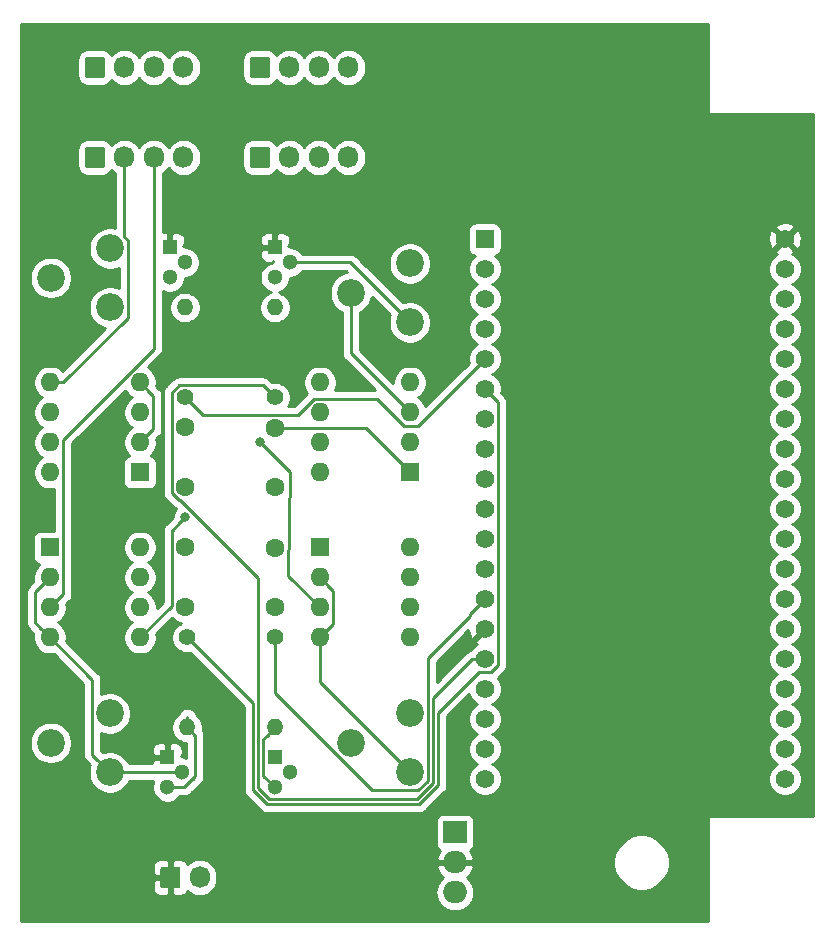
<source format=gbl>
G04 #@! TF.GenerationSoftware,KiCad,Pcbnew,(5.1.5-0-10_14)*
G04 #@! TF.CreationDate,2020-02-05T16:48:16+09:00*
G04 #@! TF.ProjectId,baloon-markII,62616c6f-6f6e-42d6-9d61-726b49492e6b,rev?*
G04 #@! TF.SameCoordinates,PX258bd10PY730f910*
G04 #@! TF.FileFunction,Copper,L2,Bot*
G04 #@! TF.FilePolarity,Positive*
%FSLAX46Y46*%
G04 Gerber Fmt 4.6, Leading zero omitted, Abs format (unit mm)*
G04 Created by KiCad (PCBNEW (5.1.5-0-10_14)) date 2020-02-05 16:48:16*
%MOMM*%
%LPD*%
G04 APERTURE LIST*
%ADD10O,2.000000X1.905000*%
%ADD11R,2.000000X1.905000*%
%ADD12C,1.560000*%
%ADD13R,1.560000X1.560000*%
%ADD14O,1.400000X1.400000*%
%ADD15C,1.400000*%
%ADD16O,1.700000X1.850000*%
%ADD17C,0.100000*%
%ADD18C,2.340000*%
%ADD19R,1.300000X1.300000*%
%ADD20C,1.300000*%
%ADD21C,1.600000*%
%ADD22O,1.600000X1.600000*%
%ADD23R,1.600000X1.600000*%
%ADD24C,0.800000*%
%ADD25C,0.250000*%
%ADD26C,0.254000*%
G04 APERTURE END LIST*
D10*
X48260000Y3810000D03*
X48260000Y6350000D03*
D11*
X48260000Y8890000D03*
D12*
X76200000Y13410000D03*
X76200000Y15950000D03*
X76200000Y18490000D03*
X76200000Y21030000D03*
X76200000Y23570000D03*
X76200000Y26110000D03*
X76200000Y28650000D03*
X76200000Y31190000D03*
X76200000Y33730000D03*
X76200000Y36270000D03*
X76200000Y38810000D03*
X76200000Y41350000D03*
X76200000Y43890000D03*
X76200000Y46430000D03*
X76200000Y48970000D03*
X76200000Y51510000D03*
X76200000Y54050000D03*
X76200000Y56590000D03*
X76200000Y59130000D03*
X50800000Y15950000D03*
X50800000Y18490000D03*
X50800000Y21030000D03*
X50800000Y23570000D03*
X50800000Y26110000D03*
X50800000Y28650000D03*
X50800000Y31190000D03*
X50800000Y33730000D03*
X50800000Y36270000D03*
X50800000Y38810000D03*
X50800000Y41350000D03*
X50800000Y43890000D03*
X50800000Y46430000D03*
X50800000Y48970000D03*
X50800000Y51510000D03*
X50800000Y54050000D03*
X50800000Y13410000D03*
X50800000Y56590000D03*
D13*
X50800000Y59130000D03*
D14*
X33020000Y53340000D03*
D15*
X33020000Y45720000D03*
D16*
X39250000Y73660000D03*
X36750000Y73660000D03*
X34250000Y73660000D03*
G04 #@! TA.AperFunction,ComponentPad*
D17*
G36*
X32374504Y74583796D02*
G01*
X32398773Y74580196D01*
X32422571Y74574235D01*
X32445671Y74565970D01*
X32467849Y74555480D01*
X32488893Y74542867D01*
X32508598Y74528253D01*
X32526777Y74511777D01*
X32543253Y74493598D01*
X32557867Y74473893D01*
X32570480Y74452849D01*
X32580970Y74430671D01*
X32589235Y74407571D01*
X32595196Y74383773D01*
X32598796Y74359504D01*
X32600000Y74335000D01*
X32600000Y72985000D01*
X32598796Y72960496D01*
X32595196Y72936227D01*
X32589235Y72912429D01*
X32580970Y72889329D01*
X32570480Y72867151D01*
X32557867Y72846107D01*
X32543253Y72826402D01*
X32526777Y72808223D01*
X32508598Y72791747D01*
X32488893Y72777133D01*
X32467849Y72764520D01*
X32445671Y72754030D01*
X32422571Y72745765D01*
X32398773Y72739804D01*
X32374504Y72736204D01*
X32350000Y72735000D01*
X31150000Y72735000D01*
X31125496Y72736204D01*
X31101227Y72739804D01*
X31077429Y72745765D01*
X31054329Y72754030D01*
X31032151Y72764520D01*
X31011107Y72777133D01*
X30991402Y72791747D01*
X30973223Y72808223D01*
X30956747Y72826402D01*
X30942133Y72846107D01*
X30929520Y72867151D01*
X30919030Y72889329D01*
X30910765Y72912429D01*
X30904804Y72936227D01*
X30901204Y72960496D01*
X30900000Y72985000D01*
X30900000Y74335000D01*
X30901204Y74359504D01*
X30904804Y74383773D01*
X30910765Y74407571D01*
X30919030Y74430671D01*
X30929520Y74452849D01*
X30942133Y74473893D01*
X30956747Y74493598D01*
X30973223Y74511777D01*
X30991402Y74528253D01*
X31011107Y74542867D01*
X31032151Y74555480D01*
X31054329Y74565970D01*
X31077429Y74574235D01*
X31101227Y74580196D01*
X31125496Y74583796D01*
X31150000Y74585000D01*
X32350000Y74585000D01*
X32374504Y74583796D01*
G37*
G04 #@! TD.AperFunction*
D16*
X39250000Y66040000D03*
X36750000Y66040000D03*
X34250000Y66040000D03*
G04 #@! TA.AperFunction,ComponentPad*
D17*
G36*
X32374504Y66963796D02*
G01*
X32398773Y66960196D01*
X32422571Y66954235D01*
X32445671Y66945970D01*
X32467849Y66935480D01*
X32488893Y66922867D01*
X32508598Y66908253D01*
X32526777Y66891777D01*
X32543253Y66873598D01*
X32557867Y66853893D01*
X32570480Y66832849D01*
X32580970Y66810671D01*
X32589235Y66787571D01*
X32595196Y66763773D01*
X32598796Y66739504D01*
X32600000Y66715000D01*
X32600000Y65365000D01*
X32598796Y65340496D01*
X32595196Y65316227D01*
X32589235Y65292429D01*
X32580970Y65269329D01*
X32570480Y65247151D01*
X32557867Y65226107D01*
X32543253Y65206402D01*
X32526777Y65188223D01*
X32508598Y65171747D01*
X32488893Y65157133D01*
X32467849Y65144520D01*
X32445671Y65134030D01*
X32422571Y65125765D01*
X32398773Y65119804D01*
X32374504Y65116204D01*
X32350000Y65115000D01*
X31150000Y65115000D01*
X31125496Y65116204D01*
X31101227Y65119804D01*
X31077429Y65125765D01*
X31054329Y65134030D01*
X31032151Y65144520D01*
X31011107Y65157133D01*
X30991402Y65171747D01*
X30973223Y65188223D01*
X30956747Y65206402D01*
X30942133Y65226107D01*
X30929520Y65247151D01*
X30919030Y65269329D01*
X30910765Y65292429D01*
X30904804Y65316227D01*
X30901204Y65340496D01*
X30900000Y65365000D01*
X30900000Y66715000D01*
X30901204Y66739504D01*
X30904804Y66763773D01*
X30910765Y66787571D01*
X30919030Y66810671D01*
X30929520Y66832849D01*
X30942133Y66853893D01*
X30956747Y66873598D01*
X30973223Y66891777D01*
X30991402Y66908253D01*
X31011107Y66922867D01*
X31032151Y66935480D01*
X31054329Y66945970D01*
X31077429Y66954235D01*
X31101227Y66960196D01*
X31125496Y66963796D01*
X31150000Y66965000D01*
X32350000Y66965000D01*
X32374504Y66963796D01*
G37*
G04 #@! TD.AperFunction*
D16*
X25280000Y73660000D03*
X22780000Y73660000D03*
X20280000Y73660000D03*
G04 #@! TA.AperFunction,ComponentPad*
D17*
G36*
X18404504Y74583796D02*
G01*
X18428773Y74580196D01*
X18452571Y74574235D01*
X18475671Y74565970D01*
X18497849Y74555480D01*
X18518893Y74542867D01*
X18538598Y74528253D01*
X18556777Y74511777D01*
X18573253Y74493598D01*
X18587867Y74473893D01*
X18600480Y74452849D01*
X18610970Y74430671D01*
X18619235Y74407571D01*
X18625196Y74383773D01*
X18628796Y74359504D01*
X18630000Y74335000D01*
X18630000Y72985000D01*
X18628796Y72960496D01*
X18625196Y72936227D01*
X18619235Y72912429D01*
X18610970Y72889329D01*
X18600480Y72867151D01*
X18587867Y72846107D01*
X18573253Y72826402D01*
X18556777Y72808223D01*
X18538598Y72791747D01*
X18518893Y72777133D01*
X18497849Y72764520D01*
X18475671Y72754030D01*
X18452571Y72745765D01*
X18428773Y72739804D01*
X18404504Y72736204D01*
X18380000Y72735000D01*
X17180000Y72735000D01*
X17155496Y72736204D01*
X17131227Y72739804D01*
X17107429Y72745765D01*
X17084329Y72754030D01*
X17062151Y72764520D01*
X17041107Y72777133D01*
X17021402Y72791747D01*
X17003223Y72808223D01*
X16986747Y72826402D01*
X16972133Y72846107D01*
X16959520Y72867151D01*
X16949030Y72889329D01*
X16940765Y72912429D01*
X16934804Y72936227D01*
X16931204Y72960496D01*
X16930000Y72985000D01*
X16930000Y74335000D01*
X16931204Y74359504D01*
X16934804Y74383773D01*
X16940765Y74407571D01*
X16949030Y74430671D01*
X16959520Y74452849D01*
X16972133Y74473893D01*
X16986747Y74493598D01*
X17003223Y74511777D01*
X17021402Y74528253D01*
X17041107Y74542867D01*
X17062151Y74555480D01*
X17084329Y74565970D01*
X17107429Y74574235D01*
X17131227Y74580196D01*
X17155496Y74583796D01*
X17180000Y74585000D01*
X18380000Y74585000D01*
X18404504Y74583796D01*
G37*
G04 #@! TD.AperFunction*
D16*
X25280000Y66040000D03*
X22780000Y66040000D03*
X20280000Y66040000D03*
G04 #@! TA.AperFunction,ComponentPad*
D17*
G36*
X18404504Y66963796D02*
G01*
X18428773Y66960196D01*
X18452571Y66954235D01*
X18475671Y66945970D01*
X18497849Y66935480D01*
X18518893Y66922867D01*
X18538598Y66908253D01*
X18556777Y66891777D01*
X18573253Y66873598D01*
X18587867Y66853893D01*
X18600480Y66832849D01*
X18610970Y66810671D01*
X18619235Y66787571D01*
X18625196Y66763773D01*
X18628796Y66739504D01*
X18630000Y66715000D01*
X18630000Y65365000D01*
X18628796Y65340496D01*
X18625196Y65316227D01*
X18619235Y65292429D01*
X18610970Y65269329D01*
X18600480Y65247151D01*
X18587867Y65226107D01*
X18573253Y65206402D01*
X18556777Y65188223D01*
X18538598Y65171747D01*
X18518893Y65157133D01*
X18497849Y65144520D01*
X18475671Y65134030D01*
X18452571Y65125765D01*
X18428773Y65119804D01*
X18404504Y65116204D01*
X18380000Y65115000D01*
X17180000Y65115000D01*
X17155496Y65116204D01*
X17131227Y65119804D01*
X17107429Y65125765D01*
X17084329Y65134030D01*
X17062151Y65144520D01*
X17041107Y65157133D01*
X17021402Y65171747D01*
X17003223Y65188223D01*
X16986747Y65206402D01*
X16972133Y65226107D01*
X16959520Y65247151D01*
X16949030Y65269329D01*
X16940765Y65292429D01*
X16934804Y65316227D01*
X16931204Y65340496D01*
X16930000Y65365000D01*
X16930000Y66715000D01*
X16931204Y66739504D01*
X16934804Y66763773D01*
X16940765Y66787571D01*
X16949030Y66810671D01*
X16959520Y66832849D01*
X16972133Y66853893D01*
X16986747Y66873598D01*
X17003223Y66891777D01*
X17021402Y66908253D01*
X17041107Y66922867D01*
X17062151Y66935480D01*
X17084329Y66945970D01*
X17107429Y66954235D01*
X17131227Y66960196D01*
X17155496Y66963796D01*
X17180000Y66965000D01*
X18380000Y66965000D01*
X18404504Y66963796D01*
G37*
G04 #@! TD.AperFunction*
D18*
X19050000Y53340000D03*
X14050000Y55840000D03*
X19050000Y58340000D03*
D19*
X33020000Y58420000D03*
D20*
X33020000Y55880000D03*
X34290000Y57150000D03*
D21*
X33020000Y43100000D03*
X33020000Y38100000D03*
X25400000Y28020000D03*
X25400000Y33020000D03*
D22*
X44450000Y33020000D03*
X36830000Y25400000D03*
X44450000Y30480000D03*
X36830000Y27940000D03*
X44450000Y27940000D03*
X36830000Y30480000D03*
X44450000Y25400000D03*
D23*
X36830000Y33020000D03*
D18*
X44450000Y13970000D03*
X39450000Y16470000D03*
X44450000Y18970000D03*
D14*
X33020000Y17780000D03*
D15*
X33020000Y25400000D03*
D19*
X33020000Y15240000D03*
D20*
X33020000Y12700000D03*
X34290000Y13970000D03*
D21*
X33020000Y32940000D03*
X33020000Y27940000D03*
D16*
X26670000Y5080000D03*
G04 #@! TA.AperFunction,ComponentPad*
D17*
G36*
X24794504Y6003796D02*
G01*
X24818773Y6000196D01*
X24842571Y5994235D01*
X24865671Y5985970D01*
X24887849Y5975480D01*
X24908893Y5962867D01*
X24928598Y5948253D01*
X24946777Y5931777D01*
X24963253Y5913598D01*
X24977867Y5893893D01*
X24990480Y5872849D01*
X25000970Y5850671D01*
X25009235Y5827571D01*
X25015196Y5803773D01*
X25018796Y5779504D01*
X25020000Y5755000D01*
X25020000Y4405000D01*
X25018796Y4380496D01*
X25015196Y4356227D01*
X25009235Y4332429D01*
X25000970Y4309329D01*
X24990480Y4287151D01*
X24977867Y4266107D01*
X24963253Y4246402D01*
X24946777Y4228223D01*
X24928598Y4211747D01*
X24908893Y4197133D01*
X24887849Y4184520D01*
X24865671Y4174030D01*
X24842571Y4165765D01*
X24818773Y4159804D01*
X24794504Y4156204D01*
X24770000Y4155000D01*
X23570000Y4155000D01*
X23545496Y4156204D01*
X23521227Y4159804D01*
X23497429Y4165765D01*
X23474329Y4174030D01*
X23452151Y4184520D01*
X23431107Y4197133D01*
X23411402Y4211747D01*
X23393223Y4228223D01*
X23376747Y4246402D01*
X23362133Y4266107D01*
X23349520Y4287151D01*
X23339030Y4309329D01*
X23330765Y4332429D01*
X23324804Y4356227D01*
X23321204Y4380496D01*
X23320000Y4405000D01*
X23320000Y5755000D01*
X23321204Y5779504D01*
X23324804Y5803773D01*
X23330765Y5827571D01*
X23339030Y5850671D01*
X23349520Y5872849D01*
X23362133Y5893893D01*
X23376747Y5913598D01*
X23393223Y5931777D01*
X23411402Y5948253D01*
X23431107Y5962867D01*
X23452151Y5975480D01*
X23474329Y5985970D01*
X23497429Y5994235D01*
X23521227Y6000196D01*
X23545496Y6003796D01*
X23570000Y6005000D01*
X24770000Y6005000D01*
X24794504Y6003796D01*
G37*
G04 #@! TD.AperFunction*
D22*
X13970000Y39370000D03*
X21590000Y46990000D03*
X13970000Y41910000D03*
X21590000Y44450000D03*
X13970000Y44450000D03*
X21590000Y41910000D03*
X13970000Y46990000D03*
D23*
X21590000Y39370000D03*
D14*
X25400000Y53340000D03*
D15*
X25400000Y45720000D03*
D21*
X25400000Y38180000D03*
X25400000Y43180000D03*
D19*
X24130000Y58420000D03*
D20*
X24130000Y55880000D03*
X25400000Y57150000D03*
D22*
X36830000Y39370000D03*
X44450000Y46990000D03*
X36830000Y41910000D03*
X44450000Y44450000D03*
X36830000Y44450000D03*
X44450000Y41910000D03*
X36830000Y46990000D03*
D23*
X44450000Y39370000D03*
D22*
X21590000Y33020000D03*
X13970000Y25400000D03*
X21590000Y30480000D03*
X13970000Y27940000D03*
X21590000Y27940000D03*
X13970000Y30480000D03*
X21590000Y25400000D03*
D23*
X13970000Y33020000D03*
D18*
X44450000Y52070000D03*
X39450000Y54570000D03*
X44450000Y57070000D03*
X19050000Y13970000D03*
X14050000Y16470000D03*
X19050000Y18970000D03*
D14*
X25594999Y17780000D03*
D15*
X25594999Y25400000D03*
D19*
X23914999Y15244999D03*
D20*
X23914999Y12704999D03*
X25184999Y13974999D03*
D24*
X25400000Y35560000D03*
X31750000Y41910000D03*
D25*
X21590000Y41910000D02*
X22715001Y43035001D01*
X22715001Y43035001D02*
X22715001Y45864999D01*
X22715001Y45864999D02*
X22389999Y46190001D01*
X22389999Y46190001D02*
X21590000Y46990000D01*
X40720000Y43100000D02*
X44450000Y39370000D01*
X33020000Y43100000D02*
X40720000Y43100000D01*
X25594999Y17780000D02*
X26294998Y17080001D01*
X26294998Y13641996D02*
X25358001Y12704999D01*
X24834237Y12704999D02*
X23914999Y12704999D01*
X26294998Y17080001D02*
X26294998Y13641996D01*
X25358001Y12704999D02*
X24834237Y12704999D01*
X25594999Y18704999D02*
X25594999Y17715050D01*
X26160000Y13506998D02*
X25358001Y12704999D01*
X25184999Y13974999D02*
X19125001Y13974999D01*
X19125001Y13974999D02*
X19050000Y14050000D01*
X13170001Y26199999D02*
X13970000Y25400000D01*
X12700000Y26670000D02*
X13170001Y26199999D01*
X12700000Y29210000D02*
X12700000Y26670000D01*
X13970000Y30480000D02*
X12700000Y29210000D01*
X17880001Y15139999D02*
X19050000Y13970000D01*
X17554999Y15465001D02*
X17880001Y15139999D01*
X17554999Y21815001D02*
X17554999Y15465001D01*
X13970000Y25400000D02*
X17554999Y21815001D01*
X32044999Y16804999D02*
X32320001Y17080001D01*
X32320001Y17080001D02*
X33020000Y17780000D01*
X32044999Y13675001D02*
X32044999Y16804999D01*
X33020000Y12700000D02*
X32044999Y13675001D01*
X36830000Y21590000D02*
X44450000Y13970000D01*
X36830000Y25400000D02*
X36830000Y21590000D01*
X36830000Y25400000D02*
X37955001Y26525001D01*
X37629999Y29680001D02*
X36830000Y30480000D01*
X37955001Y26525001D02*
X37955001Y29354999D01*
X37955001Y29354999D02*
X37629999Y29680001D01*
X39370000Y57150000D02*
X34290000Y57150000D01*
X44450000Y52070000D02*
X39370000Y57150000D01*
X24274999Y34434999D02*
X25000001Y35160001D01*
X21590000Y25400000D02*
X24274999Y28084999D01*
X24274999Y28084999D02*
X24274999Y34434999D01*
X25000001Y35160001D02*
X25400000Y35560000D01*
X22780000Y49845002D02*
X15095001Y42160003D01*
X15095001Y42160003D02*
X15095001Y29065001D01*
X22780000Y66040000D02*
X22780000Y49845002D01*
X15095001Y29065001D02*
X13970000Y27940000D01*
X20280000Y66040000D02*
X20280000Y64865000D01*
X15101370Y46990000D02*
X13970000Y46990000D01*
X20545001Y52433631D02*
X15101370Y46990000D01*
X20545001Y59057601D02*
X20545001Y52433631D01*
X20280000Y59322602D02*
X20545001Y59057601D01*
X20280000Y66040000D02*
X20280000Y59322602D01*
X39450000Y49450000D02*
X44450000Y44450000D01*
X39450000Y54570000D02*
X39450000Y49450000D01*
X36830000Y27940000D02*
X34145001Y30624999D01*
X31750000Y41910000D02*
X34290000Y39370000D01*
X34290000Y39370000D02*
X34145001Y39514999D01*
X34145001Y30624999D02*
X34290000Y39370000D01*
X41659997Y45575001D02*
X43909999Y43324999D01*
X36289999Y45575001D02*
X41659997Y45575001D01*
X34939999Y44225001D02*
X36289999Y45575001D01*
X26894999Y44225001D02*
X34939999Y44225001D01*
X25400000Y45720000D02*
X26894999Y44225001D01*
X45154999Y43324999D02*
X44594999Y43324999D01*
X50800000Y48970000D02*
X45154999Y43324999D01*
X44594999Y43324999D02*
X43909999Y43324999D01*
X25400000Y25400000D02*
X25594999Y25400000D01*
X30535010Y20459989D02*
X25594999Y25400000D01*
X51905001Y23039599D02*
X51905001Y45324999D01*
X51330401Y22464999D02*
X51905001Y23039599D01*
X50269599Y22464999D02*
X51330401Y22464999D01*
X46845019Y19040419D02*
X50269599Y22464999D01*
X46845019Y12879599D02*
X46845019Y19040419D01*
X51579999Y45650001D02*
X50800000Y46430000D01*
X32365599Y11274989D02*
X45240412Y11274990D01*
X51905001Y45324999D02*
X51579999Y45650001D01*
X31144980Y19850019D02*
X31144980Y12495608D01*
X45240412Y11274990D02*
X46845019Y12879599D01*
X31144980Y12495608D02*
X32365599Y11274989D01*
X25594999Y25400000D02*
X31144980Y19850019D01*
X33020000Y24410051D02*
X33020000Y25400000D01*
X33020000Y20687398D02*
X33020000Y24410051D01*
X41232399Y12474999D02*
X33020000Y20687398D01*
X45167601Y12474999D02*
X41232399Y12474999D01*
X45945001Y13252399D02*
X45167601Y12474999D01*
X45945001Y23628087D02*
X45945001Y13252399D01*
X49530000Y27213086D02*
X45945001Y23628087D01*
X49530000Y27380000D02*
X49530000Y27213086D01*
X50800000Y28650000D02*
X49530000Y27380000D01*
X31594989Y12682009D02*
X32551999Y11724999D01*
X31594989Y30438013D02*
X31594989Y12682009D01*
X24859999Y37054999D02*
X24978003Y37054999D01*
X24274999Y37639999D02*
X24859999Y37054999D01*
X24978003Y37054999D02*
X31594989Y30438013D01*
X24274999Y46112001D02*
X24274999Y37639999D01*
X24907999Y46745001D02*
X24274999Y46112001D01*
X31994999Y46745001D02*
X24907999Y46745001D01*
X33020000Y45720000D02*
X31994999Y46745001D01*
X45054011Y11724999D02*
X32551999Y11724999D01*
X46395010Y13065998D02*
X45054011Y11724999D01*
X46395011Y20268097D02*
X46395010Y13065998D01*
X49696914Y23570000D02*
X46395011Y20268097D01*
X50800000Y23570000D02*
X49696914Y23570000D01*
D26*
G36*
X69723000Y69850000D02*
G01*
X69725440Y69825224D01*
X69732667Y69801399D01*
X69744403Y69779443D01*
X69760197Y69760197D01*
X69779443Y69744403D01*
X69801399Y69732667D01*
X69825224Y69725440D01*
X69850000Y69723000D01*
X78613000Y69723000D01*
X78613000Y10287000D01*
X69850000Y10287000D01*
X69825224Y10284560D01*
X69801399Y10277333D01*
X69779443Y10265597D01*
X69760197Y10249803D01*
X69744403Y10230557D01*
X69732667Y10208601D01*
X69725440Y10184776D01*
X69723000Y10160000D01*
X69723000Y1397000D01*
X11557000Y1397000D01*
X11557000Y4155000D01*
X22681928Y4155000D01*
X22694188Y4030518D01*
X22730498Y3910820D01*
X22789463Y3800506D01*
X22868815Y3703815D01*
X22965506Y3624463D01*
X23075820Y3565498D01*
X23195518Y3529188D01*
X23320000Y3516928D01*
X23884250Y3520000D01*
X24043000Y3678750D01*
X24043000Y4953000D01*
X22843750Y4953000D01*
X22685000Y4794250D01*
X22681928Y4155000D01*
X11557000Y4155000D01*
X11557000Y6005000D01*
X22681928Y6005000D01*
X22685000Y5365750D01*
X22843750Y5207000D01*
X24043000Y5207000D01*
X24043000Y6481250D01*
X24297000Y6481250D01*
X24297000Y5207000D01*
X24317000Y5207000D01*
X24317000Y4953000D01*
X24297000Y4953000D01*
X24297000Y3678750D01*
X24455750Y3520000D01*
X25020000Y3516928D01*
X25144482Y3529188D01*
X25264180Y3565498D01*
X25374494Y3624463D01*
X25471185Y3703815D01*
X25550537Y3800506D01*
X25609502Y3910820D01*
X25620055Y3945608D01*
X25840987Y3764294D01*
X26098967Y3626401D01*
X26378890Y3541487D01*
X26670000Y3512815D01*
X26961111Y3541487D01*
X27241034Y3626401D01*
X27499014Y3764294D01*
X27554706Y3810000D01*
X46617319Y3810000D01*
X46647970Y3498796D01*
X46738745Y3199551D01*
X46886155Y2923765D01*
X47084537Y2682037D01*
X47326265Y2483655D01*
X47602051Y2336245D01*
X47901296Y2245470D01*
X48134514Y2222500D01*
X48385486Y2222500D01*
X48618704Y2245470D01*
X48917949Y2336245D01*
X49193735Y2483655D01*
X49435463Y2682037D01*
X49633845Y2923765D01*
X49781255Y3199551D01*
X49872030Y3498796D01*
X49902681Y3810000D01*
X49872030Y4121204D01*
X49781255Y4420449D01*
X49633845Y4696235D01*
X49435463Y4937963D01*
X49256101Y5085163D01*
X49441315Y5240563D01*
X49635969Y5483077D01*
X49779571Y5758906D01*
X49850563Y5977020D01*
X49730594Y6223000D01*
X48387000Y6223000D01*
X48387000Y6203000D01*
X48133000Y6203000D01*
X48133000Y6223000D01*
X46789406Y6223000D01*
X46669437Y5977020D01*
X46740429Y5758906D01*
X46884031Y5483077D01*
X47078685Y5240563D01*
X47263899Y5085163D01*
X47084537Y4937963D01*
X46886155Y4696235D01*
X46738745Y4420449D01*
X46647970Y4121204D01*
X46617319Y3810000D01*
X27554706Y3810000D01*
X27725134Y3949866D01*
X27910706Y4175987D01*
X28048599Y4433967D01*
X28133513Y4713890D01*
X28155000Y4932051D01*
X28155000Y5227950D01*
X28133513Y5446111D01*
X28048599Y5726034D01*
X27910706Y5984014D01*
X27725134Y6210134D01*
X27499013Y6395706D01*
X27241033Y6533599D01*
X26961110Y6618513D01*
X26670000Y6647185D01*
X26378889Y6618513D01*
X26098966Y6533599D01*
X25840986Y6395706D01*
X25620055Y6214392D01*
X25609502Y6249180D01*
X25550537Y6359494D01*
X25471185Y6456185D01*
X25374494Y6535537D01*
X25264180Y6594502D01*
X25144482Y6630812D01*
X25020000Y6643072D01*
X24455750Y6640000D01*
X24297000Y6481250D01*
X24043000Y6481250D01*
X23884250Y6640000D01*
X23320000Y6643072D01*
X23195518Y6630812D01*
X23075820Y6594502D01*
X22965506Y6535537D01*
X22868815Y6456185D01*
X22789463Y6359494D01*
X22730498Y6249180D01*
X22694188Y6129482D01*
X22681928Y6005000D01*
X11557000Y6005000D01*
X11557000Y9842500D01*
X46621928Y9842500D01*
X46621928Y7937500D01*
X46634188Y7813018D01*
X46670498Y7693320D01*
X46729463Y7583006D01*
X46808815Y7486315D01*
X46905506Y7406963D01*
X46997219Y7357941D01*
X46884031Y7216923D01*
X46740429Y6941094D01*
X46669437Y6722980D01*
X46789406Y6477000D01*
X48133000Y6477000D01*
X48133000Y6497000D01*
X48387000Y6497000D01*
X48387000Y6477000D01*
X49730594Y6477000D01*
X49783219Y6584902D01*
X61675000Y6584902D01*
X61675000Y6115098D01*
X61766654Y5654321D01*
X61946440Y5220279D01*
X62207450Y4829651D01*
X62539651Y4497450D01*
X62930279Y4236440D01*
X63364321Y4056654D01*
X63825098Y3965000D01*
X64294902Y3965000D01*
X64755679Y4056654D01*
X65189721Y4236440D01*
X65580349Y4497450D01*
X65912550Y4829651D01*
X66173560Y5220279D01*
X66353346Y5654321D01*
X66445000Y6115098D01*
X66445000Y6584902D01*
X66353346Y7045679D01*
X66173560Y7479721D01*
X65912550Y7870349D01*
X65580349Y8202550D01*
X65189721Y8463560D01*
X64755679Y8643346D01*
X64294902Y8735000D01*
X63825098Y8735000D01*
X63364321Y8643346D01*
X62930279Y8463560D01*
X62539651Y8202550D01*
X62207450Y7870349D01*
X61946440Y7479721D01*
X61766654Y7045679D01*
X61675000Y6584902D01*
X49783219Y6584902D01*
X49850563Y6722980D01*
X49779571Y6941094D01*
X49635969Y7216923D01*
X49522781Y7357941D01*
X49614494Y7406963D01*
X49711185Y7486315D01*
X49790537Y7583006D01*
X49849502Y7693320D01*
X49885812Y7813018D01*
X49898072Y7937500D01*
X49898072Y9842500D01*
X49885812Y9966982D01*
X49849502Y10086680D01*
X49790537Y10196994D01*
X49711185Y10293685D01*
X49614494Y10373037D01*
X49504180Y10432002D01*
X49384482Y10468312D01*
X49260000Y10480572D01*
X47260000Y10480572D01*
X47135518Y10468312D01*
X47015820Y10432002D01*
X46905506Y10373037D01*
X46808815Y10293685D01*
X46729463Y10196994D01*
X46670498Y10086680D01*
X46634188Y9966982D01*
X46621928Y9842500D01*
X11557000Y9842500D01*
X11557000Y16647777D01*
X12245000Y16647777D01*
X12245000Y16292223D01*
X12314365Y15943501D01*
X12450429Y15615012D01*
X12647965Y15319379D01*
X12899379Y15067965D01*
X13195012Y14870429D01*
X13523501Y14734365D01*
X13872223Y14665000D01*
X14227777Y14665000D01*
X14576499Y14734365D01*
X14904988Y14870429D01*
X15200621Y15067965D01*
X15452035Y15319379D01*
X15649571Y15615012D01*
X15785635Y15943501D01*
X15855000Y16292223D01*
X15855000Y16647777D01*
X15785635Y16996499D01*
X15649571Y17324988D01*
X15452035Y17620621D01*
X15200621Y17872035D01*
X14904988Y18069571D01*
X14576499Y18205635D01*
X14227777Y18275000D01*
X13872223Y18275000D01*
X13523501Y18205635D01*
X13195012Y18069571D01*
X12899379Y17872035D01*
X12647965Y17620621D01*
X12450429Y17324988D01*
X12314365Y16996499D01*
X12245000Y16647777D01*
X11557000Y16647777D01*
X11557000Y29210000D01*
X11936324Y29210000D01*
X11940000Y29172677D01*
X11940001Y26707332D01*
X11936324Y26670000D01*
X11940001Y26632667D01*
X11950998Y26521014D01*
X11955085Y26507540D01*
X11994454Y26377754D01*
X12065026Y26245724D01*
X12117896Y26181303D01*
X12160000Y26129999D01*
X12188998Y26106201D01*
X12571312Y25723887D01*
X12535000Y25541335D01*
X12535000Y25258665D01*
X12590147Y24981426D01*
X12698320Y24720273D01*
X12855363Y24485241D01*
X13055241Y24285363D01*
X13290273Y24128320D01*
X13551426Y24020147D01*
X13828665Y23965000D01*
X14111335Y23965000D01*
X14293887Y24001312D01*
X16794999Y21500199D01*
X16795000Y15502333D01*
X16791323Y15465001D01*
X16795000Y15427668D01*
X16800480Y15372035D01*
X16805997Y15316016D01*
X16849453Y15172755D01*
X16920025Y15040725D01*
X16990994Y14954250D01*
X17014999Y14925000D01*
X17043997Y14901202D01*
X17353711Y14591488D01*
X17314365Y14496499D01*
X17245000Y14147777D01*
X17245000Y13792223D01*
X17314365Y13443501D01*
X17450429Y13115012D01*
X17647965Y12819379D01*
X17899379Y12567965D01*
X18195012Y12370429D01*
X18523501Y12234365D01*
X18872223Y12165000D01*
X19227777Y12165000D01*
X19576499Y12234365D01*
X19904988Y12370429D01*
X20200621Y12567965D01*
X20452035Y12819379D01*
X20649571Y13115012D01*
X20690987Y13214999D01*
X22735373Y13214999D01*
X22679380Y13079820D01*
X22629999Y12831560D01*
X22629999Y12578438D01*
X22679380Y12330178D01*
X22776246Y12096323D01*
X22916874Y11885859D01*
X23095859Y11706874D01*
X23306323Y11566246D01*
X23540178Y11469380D01*
X23788438Y11419999D01*
X24041560Y11419999D01*
X24289820Y11469380D01*
X24523675Y11566246D01*
X24734139Y11706874D01*
X24913124Y11885859D01*
X24952640Y11944999D01*
X25320679Y11944999D01*
X25358001Y11941323D01*
X25395323Y11944999D01*
X25395334Y11944999D01*
X25506987Y11955996D01*
X25650248Y11999453D01*
X25782277Y12070025D01*
X25898002Y12164998D01*
X25921804Y12194001D01*
X26723799Y12995995D01*
X26806001Y13078197D01*
X26834999Y13101995D01*
X26929972Y13217720D01*
X27000544Y13349749D01*
X27044001Y13493010D01*
X27054998Y13604663D01*
X27054998Y13604673D01*
X27058674Y13641996D01*
X27054998Y13679319D01*
X27054998Y17042679D01*
X27058674Y17080002D01*
X27054998Y17117325D01*
X27054998Y17117334D01*
X27044001Y17228987D01*
X27000544Y17372248D01*
X26990576Y17390897D01*
X26929972Y17504278D01*
X26906900Y17532391D01*
X26929999Y17648514D01*
X26929999Y17911486D01*
X26878695Y18169405D01*
X26778060Y18412359D01*
X26631961Y18631013D01*
X26446012Y18816962D01*
X26332156Y18893038D01*
X26300545Y18997246D01*
X26229973Y19129275D01*
X26135000Y19245000D01*
X26019274Y19339973D01*
X25887245Y19410545D01*
X25743984Y19454002D01*
X25594999Y19468676D01*
X25446013Y19454002D01*
X25302752Y19410545D01*
X25170723Y19339973D01*
X25054998Y19245000D01*
X24960025Y19129274D01*
X24889453Y18997245D01*
X24857843Y18893038D01*
X24743986Y18816962D01*
X24558037Y18631013D01*
X24411938Y18412359D01*
X24311303Y18169405D01*
X24259999Y17911486D01*
X24259999Y17648514D01*
X24311303Y17390595D01*
X24411938Y17147641D01*
X24558037Y16928987D01*
X24743986Y16743038D01*
X24962640Y16596939D01*
X25205594Y16496304D01*
X25463513Y16445000D01*
X25534998Y16445000D01*
X25534999Y15215555D01*
X25311560Y15259999D01*
X25199999Y15259999D01*
X25199999Y15372001D01*
X25041251Y15372001D01*
X25199999Y15530749D01*
X25203071Y15894999D01*
X25190811Y16019481D01*
X25154501Y16139179D01*
X25095536Y16249493D01*
X25016184Y16346184D01*
X24919493Y16425536D01*
X24809179Y16484501D01*
X24689481Y16520811D01*
X24564999Y16533071D01*
X24200749Y16529999D01*
X24041999Y16371249D01*
X24041999Y15371999D01*
X24061999Y15371999D01*
X24061999Y15117999D01*
X24041999Y15117999D01*
X24041999Y15097999D01*
X23787999Y15097999D01*
X23787999Y15117999D01*
X22788749Y15117999D01*
X22629999Y14959249D01*
X22628108Y14734999D01*
X20686846Y14734999D01*
X20649571Y14824988D01*
X20452035Y15120621D01*
X20200621Y15372035D01*
X19904988Y15569571D01*
X19576499Y15705635D01*
X19227777Y15775000D01*
X18872223Y15775000D01*
X18523501Y15705635D01*
X18428512Y15666289D01*
X18314999Y15779802D01*
X18314999Y15894999D01*
X22626927Y15894999D01*
X22629999Y15530749D01*
X22788749Y15371999D01*
X23787999Y15371999D01*
X23787999Y16371249D01*
X23629249Y16529999D01*
X23264999Y16533071D01*
X23140517Y16520811D01*
X23020819Y16484501D01*
X22910505Y16425536D01*
X22813814Y16346184D01*
X22734462Y16249493D01*
X22675497Y16139179D01*
X22639187Y16019481D01*
X22626927Y15894999D01*
X18314999Y15894999D01*
X18314999Y17320729D01*
X18523501Y17234365D01*
X18872223Y17165000D01*
X19227777Y17165000D01*
X19576499Y17234365D01*
X19904988Y17370429D01*
X20200621Y17567965D01*
X20452035Y17819379D01*
X20649571Y18115012D01*
X20785635Y18443501D01*
X20855000Y18792223D01*
X20855000Y19147777D01*
X20785635Y19496499D01*
X20649571Y19824988D01*
X20452035Y20120621D01*
X20200621Y20372035D01*
X19904988Y20569571D01*
X19576499Y20705635D01*
X19227777Y20775000D01*
X18872223Y20775000D01*
X18523501Y20705635D01*
X18314999Y20619271D01*
X18314999Y21777679D01*
X18318675Y21815002D01*
X18314999Y21852325D01*
X18314999Y21852334D01*
X18304002Y21963987D01*
X18260545Y22107248D01*
X18189973Y22239277D01*
X18095000Y22355002D01*
X18066003Y22378799D01*
X15368688Y25076113D01*
X15405000Y25258665D01*
X15405000Y25541335D01*
X15349853Y25818574D01*
X15241680Y26079727D01*
X15084637Y26314759D01*
X14884759Y26514637D01*
X14652241Y26670000D01*
X14884759Y26825363D01*
X15084637Y27025241D01*
X15241680Y27260273D01*
X15349853Y27521426D01*
X15405000Y27798665D01*
X15405000Y28081335D01*
X15368688Y28263886D01*
X15606004Y28501202D01*
X15635002Y28525000D01*
X15729975Y28640725D01*
X15800547Y28772754D01*
X15844004Y28916015D01*
X15855001Y29027668D01*
X15855001Y29027676D01*
X15858677Y29065001D01*
X15855001Y29102326D01*
X15855001Y33161335D01*
X20155000Y33161335D01*
X20155000Y32878665D01*
X20210147Y32601426D01*
X20318320Y32340273D01*
X20475363Y32105241D01*
X20675241Y31905363D01*
X20907759Y31750000D01*
X20675241Y31594637D01*
X20475363Y31394759D01*
X20318320Y31159727D01*
X20210147Y30898574D01*
X20155000Y30621335D01*
X20155000Y30338665D01*
X20210147Y30061426D01*
X20318320Y29800273D01*
X20475363Y29565241D01*
X20675241Y29365363D01*
X20907759Y29210000D01*
X20675241Y29054637D01*
X20475363Y28854759D01*
X20318320Y28619727D01*
X20210147Y28358574D01*
X20155000Y28081335D01*
X20155000Y27798665D01*
X20210147Y27521426D01*
X20318320Y27260273D01*
X20475363Y27025241D01*
X20675241Y26825363D01*
X20907759Y26670000D01*
X20675241Y26514637D01*
X20475363Y26314759D01*
X20318320Y26079727D01*
X20210147Y25818574D01*
X20155000Y25541335D01*
X20155000Y25258665D01*
X20210147Y24981426D01*
X20318320Y24720273D01*
X20475363Y24485241D01*
X20675241Y24285363D01*
X20910273Y24128320D01*
X21171426Y24020147D01*
X21448665Y23965000D01*
X21731335Y23965000D01*
X22008574Y24020147D01*
X22269727Y24128320D01*
X22504759Y24285363D01*
X22704637Y24485241D01*
X22861680Y24720273D01*
X22969853Y24981426D01*
X23025000Y25258665D01*
X23025000Y25541335D01*
X22988688Y25723886D01*
X24327703Y27062901D01*
X24485241Y26905363D01*
X24720273Y26748320D01*
X24981426Y26640147D01*
X25061841Y26624151D01*
X24962640Y26583061D01*
X24743986Y26436962D01*
X24558037Y26251013D01*
X24411938Y26032359D01*
X24311303Y25789405D01*
X24259999Y25531486D01*
X24259999Y25268514D01*
X24311303Y25010595D01*
X24411938Y24767641D01*
X24558037Y24548987D01*
X24743986Y24363038D01*
X24962640Y24216939D01*
X25205594Y24116304D01*
X25463513Y24065000D01*
X25726485Y24065000D01*
X25833843Y24086355D01*
X30384980Y19535216D01*
X30384981Y12532940D01*
X30381304Y12495608D01*
X30395978Y12346623D01*
X30439434Y12203362D01*
X30510006Y12071332D01*
X30572651Y11995000D01*
X30604980Y11955607D01*
X30633978Y11931809D01*
X31801805Y10763981D01*
X31825599Y10734988D01*
X31854592Y10711194D01*
X31854596Y10711190D01*
X31941322Y10640015D01*
X32073352Y10569443D01*
X32116809Y10556261D01*
X32216614Y10525986D01*
X32328267Y10514989D01*
X32328276Y10514989D01*
X32365599Y10511313D01*
X32402922Y10514989D01*
X45203080Y10514991D01*
X45240412Y10511314D01*
X45389398Y10525988D01*
X45532658Y10569444D01*
X45664688Y10640017D01*
X45751415Y10711191D01*
X45751420Y10711196D01*
X45780413Y10734990D01*
X45804207Y10763983D01*
X47356023Y12315801D01*
X47385020Y12339598D01*
X47479993Y12455323D01*
X47550565Y12587352D01*
X47594022Y12730613D01*
X47605019Y12842266D01*
X47605019Y12842276D01*
X47608695Y12879599D01*
X47605019Y12916922D01*
X47605019Y18725618D01*
X49456155Y20576753D01*
X49546043Y20359746D01*
X49700897Y20127990D01*
X49897990Y19930897D01*
X50129746Y19776043D01*
X50168477Y19760000D01*
X50129746Y19743957D01*
X49897990Y19589103D01*
X49700897Y19392010D01*
X49546043Y19160254D01*
X49439377Y18902740D01*
X49385000Y18629365D01*
X49385000Y18350635D01*
X49439377Y18077260D01*
X49546043Y17819746D01*
X49700897Y17587990D01*
X49897990Y17390897D01*
X50129746Y17236043D01*
X50168477Y17220000D01*
X50129746Y17203957D01*
X49897990Y17049103D01*
X49700897Y16852010D01*
X49546043Y16620254D01*
X49439377Y16362740D01*
X49385000Y16089365D01*
X49385000Y15810635D01*
X49439377Y15537260D01*
X49546043Y15279746D01*
X49700897Y15047990D01*
X49897990Y14850897D01*
X50129746Y14696043D01*
X50168477Y14680000D01*
X50129746Y14663957D01*
X49897990Y14509103D01*
X49700897Y14312010D01*
X49546043Y14080254D01*
X49439377Y13822740D01*
X49385000Y13549365D01*
X49385000Y13270635D01*
X49439377Y12997260D01*
X49546043Y12739746D01*
X49700897Y12507990D01*
X49897990Y12310897D01*
X50129746Y12156043D01*
X50387260Y12049377D01*
X50660635Y11995000D01*
X50939365Y11995000D01*
X51212740Y12049377D01*
X51470254Y12156043D01*
X51702010Y12310897D01*
X51899103Y12507990D01*
X52053957Y12739746D01*
X52160623Y12997260D01*
X52215000Y13270635D01*
X52215000Y13549365D01*
X52160623Y13822740D01*
X52053957Y14080254D01*
X51899103Y14312010D01*
X51702010Y14509103D01*
X51470254Y14663957D01*
X51431523Y14680000D01*
X51470254Y14696043D01*
X51702010Y14850897D01*
X51899103Y15047990D01*
X52053957Y15279746D01*
X52160623Y15537260D01*
X52215000Y15810635D01*
X52215000Y16089365D01*
X52160623Y16362740D01*
X52053957Y16620254D01*
X51899103Y16852010D01*
X51702010Y17049103D01*
X51470254Y17203957D01*
X51431523Y17220000D01*
X51470254Y17236043D01*
X51702010Y17390897D01*
X51899103Y17587990D01*
X52053957Y17819746D01*
X52160623Y18077260D01*
X52215000Y18350635D01*
X52215000Y18629365D01*
X52160623Y18902740D01*
X52053957Y19160254D01*
X51899103Y19392010D01*
X51702010Y19589103D01*
X51470254Y19743957D01*
X51431523Y19760000D01*
X51470254Y19776043D01*
X51702010Y19930897D01*
X51899103Y20127990D01*
X52053957Y20359746D01*
X52160623Y20617260D01*
X52215000Y20890635D01*
X52215000Y21169365D01*
X52160623Y21442740D01*
X52053957Y21700254D01*
X51899103Y21932010D01*
X51886500Y21944613D01*
X51894204Y21954001D01*
X52416005Y22475801D01*
X52445002Y22499598D01*
X52497859Y22564004D01*
X52539975Y22615322D01*
X52610547Y22747352D01*
X52613548Y22757246D01*
X52654004Y22890613D01*
X52665001Y23002266D01*
X52665001Y23002275D01*
X52668677Y23039598D01*
X52665001Y23076921D01*
X52665001Y45287677D01*
X52668677Y45325000D01*
X52665001Y45362323D01*
X52665001Y45362332D01*
X52654004Y45473985D01*
X52610547Y45617246D01*
X52539975Y45749275D01*
X52445002Y45865000D01*
X52415998Y45888803D01*
X52181680Y46123121D01*
X52215000Y46290635D01*
X52215000Y46569365D01*
X52160623Y46842740D01*
X52053957Y47100254D01*
X51899103Y47332010D01*
X51702010Y47529103D01*
X51470254Y47683957D01*
X51431523Y47700000D01*
X51470254Y47716043D01*
X51702010Y47870897D01*
X51899103Y48067990D01*
X52053957Y48299746D01*
X52160623Y48557260D01*
X52215000Y48830635D01*
X52215000Y49109365D01*
X52160623Y49382740D01*
X52053957Y49640254D01*
X51899103Y49872010D01*
X51702010Y50069103D01*
X51470254Y50223957D01*
X51431523Y50240000D01*
X51470254Y50256043D01*
X51702010Y50410897D01*
X51899103Y50607990D01*
X52053957Y50839746D01*
X52160623Y51097260D01*
X52215000Y51370635D01*
X52215000Y51649365D01*
X52160623Y51922740D01*
X52053957Y52180254D01*
X51899103Y52412010D01*
X51702010Y52609103D01*
X51470254Y52763957D01*
X51431523Y52780000D01*
X51470254Y52796043D01*
X51702010Y52950897D01*
X51899103Y53147990D01*
X52053957Y53379746D01*
X52160623Y53637260D01*
X52215000Y53910635D01*
X52215000Y54189365D01*
X52160623Y54462740D01*
X52053957Y54720254D01*
X51899103Y54952010D01*
X51702010Y55149103D01*
X51470254Y55303957D01*
X51431523Y55320000D01*
X51470254Y55336043D01*
X51702010Y55490897D01*
X51899103Y55687990D01*
X52053957Y55919746D01*
X52160623Y56177260D01*
X52215000Y56450635D01*
X52215000Y56729365D01*
X74785000Y56729365D01*
X74785000Y56450635D01*
X74839377Y56177260D01*
X74946043Y55919746D01*
X75100897Y55687990D01*
X75297990Y55490897D01*
X75529746Y55336043D01*
X75568477Y55320000D01*
X75529746Y55303957D01*
X75297990Y55149103D01*
X75100897Y54952010D01*
X74946043Y54720254D01*
X74839377Y54462740D01*
X74785000Y54189365D01*
X74785000Y53910635D01*
X74839377Y53637260D01*
X74946043Y53379746D01*
X75100897Y53147990D01*
X75297990Y52950897D01*
X75529746Y52796043D01*
X75568477Y52780000D01*
X75529746Y52763957D01*
X75297990Y52609103D01*
X75100897Y52412010D01*
X74946043Y52180254D01*
X74839377Y51922740D01*
X74785000Y51649365D01*
X74785000Y51370635D01*
X74839377Y51097260D01*
X74946043Y50839746D01*
X75100897Y50607990D01*
X75297990Y50410897D01*
X75529746Y50256043D01*
X75568477Y50240000D01*
X75529746Y50223957D01*
X75297990Y50069103D01*
X75100897Y49872010D01*
X74946043Y49640254D01*
X74839377Y49382740D01*
X74785000Y49109365D01*
X74785000Y48830635D01*
X74839377Y48557260D01*
X74946043Y48299746D01*
X75100897Y48067990D01*
X75297990Y47870897D01*
X75529746Y47716043D01*
X75568477Y47700000D01*
X75529746Y47683957D01*
X75297990Y47529103D01*
X75100897Y47332010D01*
X74946043Y47100254D01*
X74839377Y46842740D01*
X74785000Y46569365D01*
X74785000Y46290635D01*
X74839377Y46017260D01*
X74946043Y45759746D01*
X75100897Y45527990D01*
X75297990Y45330897D01*
X75529746Y45176043D01*
X75568477Y45160000D01*
X75529746Y45143957D01*
X75297990Y44989103D01*
X75100897Y44792010D01*
X74946043Y44560254D01*
X74839377Y44302740D01*
X74785000Y44029365D01*
X74785000Y43750635D01*
X74839377Y43477260D01*
X74946043Y43219746D01*
X75100897Y42987990D01*
X75297990Y42790897D01*
X75529746Y42636043D01*
X75568477Y42620000D01*
X75529746Y42603957D01*
X75297990Y42449103D01*
X75100897Y42252010D01*
X74946043Y42020254D01*
X74839377Y41762740D01*
X74785000Y41489365D01*
X74785000Y41210635D01*
X74839377Y40937260D01*
X74946043Y40679746D01*
X75100897Y40447990D01*
X75297990Y40250897D01*
X75529746Y40096043D01*
X75568477Y40080000D01*
X75529746Y40063957D01*
X75297990Y39909103D01*
X75100897Y39712010D01*
X74946043Y39480254D01*
X74839377Y39222740D01*
X74785000Y38949365D01*
X74785000Y38670635D01*
X74839377Y38397260D01*
X74946043Y38139746D01*
X75100897Y37907990D01*
X75297990Y37710897D01*
X75529746Y37556043D01*
X75568477Y37540000D01*
X75529746Y37523957D01*
X75297990Y37369103D01*
X75100897Y37172010D01*
X74946043Y36940254D01*
X74839377Y36682740D01*
X74785000Y36409365D01*
X74785000Y36130635D01*
X74839377Y35857260D01*
X74946043Y35599746D01*
X75100897Y35367990D01*
X75297990Y35170897D01*
X75529746Y35016043D01*
X75568477Y35000000D01*
X75529746Y34983957D01*
X75297990Y34829103D01*
X75100897Y34632010D01*
X74946043Y34400254D01*
X74839377Y34142740D01*
X74785000Y33869365D01*
X74785000Y33590635D01*
X74839377Y33317260D01*
X74946043Y33059746D01*
X75100897Y32827990D01*
X75297990Y32630897D01*
X75529746Y32476043D01*
X75568477Y32460000D01*
X75529746Y32443957D01*
X75297990Y32289103D01*
X75100897Y32092010D01*
X74946043Y31860254D01*
X74839377Y31602740D01*
X74785000Y31329365D01*
X74785000Y31050635D01*
X74839377Y30777260D01*
X74946043Y30519746D01*
X75100897Y30287990D01*
X75297990Y30090897D01*
X75529746Y29936043D01*
X75568477Y29920000D01*
X75529746Y29903957D01*
X75297990Y29749103D01*
X75100897Y29552010D01*
X74946043Y29320254D01*
X74839377Y29062740D01*
X74785000Y28789365D01*
X74785000Y28510635D01*
X74839377Y28237260D01*
X74946043Y27979746D01*
X75100897Y27747990D01*
X75297990Y27550897D01*
X75529746Y27396043D01*
X75568477Y27380000D01*
X75529746Y27363957D01*
X75297990Y27209103D01*
X75100897Y27012010D01*
X74946043Y26780254D01*
X74839377Y26522740D01*
X74785000Y26249365D01*
X74785000Y25970635D01*
X74839377Y25697260D01*
X74946043Y25439746D01*
X75100897Y25207990D01*
X75297990Y25010897D01*
X75529746Y24856043D01*
X75568477Y24840000D01*
X75529746Y24823957D01*
X75297990Y24669103D01*
X75100897Y24472010D01*
X74946043Y24240254D01*
X74839377Y23982740D01*
X74785000Y23709365D01*
X74785000Y23430635D01*
X74839377Y23157260D01*
X74946043Y22899746D01*
X75100897Y22667990D01*
X75297990Y22470897D01*
X75529746Y22316043D01*
X75568477Y22300000D01*
X75529746Y22283957D01*
X75297990Y22129103D01*
X75100897Y21932010D01*
X74946043Y21700254D01*
X74839377Y21442740D01*
X74785000Y21169365D01*
X74785000Y20890635D01*
X74839377Y20617260D01*
X74946043Y20359746D01*
X75100897Y20127990D01*
X75297990Y19930897D01*
X75529746Y19776043D01*
X75568477Y19760000D01*
X75529746Y19743957D01*
X75297990Y19589103D01*
X75100897Y19392010D01*
X74946043Y19160254D01*
X74839377Y18902740D01*
X74785000Y18629365D01*
X74785000Y18350635D01*
X74839377Y18077260D01*
X74946043Y17819746D01*
X75100897Y17587990D01*
X75297990Y17390897D01*
X75529746Y17236043D01*
X75568477Y17220000D01*
X75529746Y17203957D01*
X75297990Y17049103D01*
X75100897Y16852010D01*
X74946043Y16620254D01*
X74839377Y16362740D01*
X74785000Y16089365D01*
X74785000Y15810635D01*
X74839377Y15537260D01*
X74946043Y15279746D01*
X75100897Y15047990D01*
X75297990Y14850897D01*
X75529746Y14696043D01*
X75568477Y14680000D01*
X75529746Y14663957D01*
X75297990Y14509103D01*
X75100897Y14312010D01*
X74946043Y14080254D01*
X74839377Y13822740D01*
X74785000Y13549365D01*
X74785000Y13270635D01*
X74839377Y12997260D01*
X74946043Y12739746D01*
X75100897Y12507990D01*
X75297990Y12310897D01*
X75529746Y12156043D01*
X75787260Y12049377D01*
X76060635Y11995000D01*
X76339365Y11995000D01*
X76612740Y12049377D01*
X76870254Y12156043D01*
X77102010Y12310897D01*
X77299103Y12507990D01*
X77453957Y12739746D01*
X77560623Y12997260D01*
X77615000Y13270635D01*
X77615000Y13549365D01*
X77560623Y13822740D01*
X77453957Y14080254D01*
X77299103Y14312010D01*
X77102010Y14509103D01*
X76870254Y14663957D01*
X76831523Y14680000D01*
X76870254Y14696043D01*
X77102010Y14850897D01*
X77299103Y15047990D01*
X77453957Y15279746D01*
X77560623Y15537260D01*
X77615000Y15810635D01*
X77615000Y16089365D01*
X77560623Y16362740D01*
X77453957Y16620254D01*
X77299103Y16852010D01*
X77102010Y17049103D01*
X76870254Y17203957D01*
X76831523Y17220000D01*
X76870254Y17236043D01*
X77102010Y17390897D01*
X77299103Y17587990D01*
X77453957Y17819746D01*
X77560623Y18077260D01*
X77615000Y18350635D01*
X77615000Y18629365D01*
X77560623Y18902740D01*
X77453957Y19160254D01*
X77299103Y19392010D01*
X77102010Y19589103D01*
X76870254Y19743957D01*
X76831523Y19760000D01*
X76870254Y19776043D01*
X77102010Y19930897D01*
X77299103Y20127990D01*
X77453957Y20359746D01*
X77560623Y20617260D01*
X77615000Y20890635D01*
X77615000Y21169365D01*
X77560623Y21442740D01*
X77453957Y21700254D01*
X77299103Y21932010D01*
X77102010Y22129103D01*
X76870254Y22283957D01*
X76831523Y22300000D01*
X76870254Y22316043D01*
X77102010Y22470897D01*
X77299103Y22667990D01*
X77453957Y22899746D01*
X77560623Y23157260D01*
X77615000Y23430635D01*
X77615000Y23709365D01*
X77560623Y23982740D01*
X77453957Y24240254D01*
X77299103Y24472010D01*
X77102010Y24669103D01*
X76870254Y24823957D01*
X76831523Y24840000D01*
X76870254Y24856043D01*
X77102010Y25010897D01*
X77299103Y25207990D01*
X77453957Y25439746D01*
X77560623Y25697260D01*
X77615000Y25970635D01*
X77615000Y26249365D01*
X77560623Y26522740D01*
X77453957Y26780254D01*
X77299103Y27012010D01*
X77102010Y27209103D01*
X76870254Y27363957D01*
X76831523Y27380000D01*
X76870254Y27396043D01*
X77102010Y27550897D01*
X77299103Y27747990D01*
X77453957Y27979746D01*
X77560623Y28237260D01*
X77615000Y28510635D01*
X77615000Y28789365D01*
X77560623Y29062740D01*
X77453957Y29320254D01*
X77299103Y29552010D01*
X77102010Y29749103D01*
X76870254Y29903957D01*
X76831523Y29920000D01*
X76870254Y29936043D01*
X77102010Y30090897D01*
X77299103Y30287990D01*
X77453957Y30519746D01*
X77560623Y30777260D01*
X77615000Y31050635D01*
X77615000Y31329365D01*
X77560623Y31602740D01*
X77453957Y31860254D01*
X77299103Y32092010D01*
X77102010Y32289103D01*
X76870254Y32443957D01*
X76831523Y32460000D01*
X76870254Y32476043D01*
X77102010Y32630897D01*
X77299103Y32827990D01*
X77453957Y33059746D01*
X77560623Y33317260D01*
X77615000Y33590635D01*
X77615000Y33869365D01*
X77560623Y34142740D01*
X77453957Y34400254D01*
X77299103Y34632010D01*
X77102010Y34829103D01*
X76870254Y34983957D01*
X76831523Y35000000D01*
X76870254Y35016043D01*
X77102010Y35170897D01*
X77299103Y35367990D01*
X77453957Y35599746D01*
X77560623Y35857260D01*
X77615000Y36130635D01*
X77615000Y36409365D01*
X77560623Y36682740D01*
X77453957Y36940254D01*
X77299103Y37172010D01*
X77102010Y37369103D01*
X76870254Y37523957D01*
X76831523Y37540000D01*
X76870254Y37556043D01*
X77102010Y37710897D01*
X77299103Y37907990D01*
X77453957Y38139746D01*
X77560623Y38397260D01*
X77615000Y38670635D01*
X77615000Y38949365D01*
X77560623Y39222740D01*
X77453957Y39480254D01*
X77299103Y39712010D01*
X77102010Y39909103D01*
X76870254Y40063957D01*
X76831523Y40080000D01*
X76870254Y40096043D01*
X77102010Y40250897D01*
X77299103Y40447990D01*
X77453957Y40679746D01*
X77560623Y40937260D01*
X77615000Y41210635D01*
X77615000Y41489365D01*
X77560623Y41762740D01*
X77453957Y42020254D01*
X77299103Y42252010D01*
X77102010Y42449103D01*
X76870254Y42603957D01*
X76831523Y42620000D01*
X76870254Y42636043D01*
X77102010Y42790897D01*
X77299103Y42987990D01*
X77453957Y43219746D01*
X77560623Y43477260D01*
X77615000Y43750635D01*
X77615000Y44029365D01*
X77560623Y44302740D01*
X77453957Y44560254D01*
X77299103Y44792010D01*
X77102010Y44989103D01*
X76870254Y45143957D01*
X76831523Y45160000D01*
X76870254Y45176043D01*
X77102010Y45330897D01*
X77299103Y45527990D01*
X77453957Y45759746D01*
X77560623Y46017260D01*
X77615000Y46290635D01*
X77615000Y46569365D01*
X77560623Y46842740D01*
X77453957Y47100254D01*
X77299103Y47332010D01*
X77102010Y47529103D01*
X76870254Y47683957D01*
X76831523Y47700000D01*
X76870254Y47716043D01*
X77102010Y47870897D01*
X77299103Y48067990D01*
X77453957Y48299746D01*
X77560623Y48557260D01*
X77615000Y48830635D01*
X77615000Y49109365D01*
X77560623Y49382740D01*
X77453957Y49640254D01*
X77299103Y49872010D01*
X77102010Y50069103D01*
X76870254Y50223957D01*
X76831523Y50240000D01*
X76870254Y50256043D01*
X77102010Y50410897D01*
X77299103Y50607990D01*
X77453957Y50839746D01*
X77560623Y51097260D01*
X77615000Y51370635D01*
X77615000Y51649365D01*
X77560623Y51922740D01*
X77453957Y52180254D01*
X77299103Y52412010D01*
X77102010Y52609103D01*
X76870254Y52763957D01*
X76831523Y52780000D01*
X76870254Y52796043D01*
X77102010Y52950897D01*
X77299103Y53147990D01*
X77453957Y53379746D01*
X77560623Y53637260D01*
X77615000Y53910635D01*
X77615000Y54189365D01*
X77560623Y54462740D01*
X77453957Y54720254D01*
X77299103Y54952010D01*
X77102010Y55149103D01*
X76870254Y55303957D01*
X76831523Y55320000D01*
X76870254Y55336043D01*
X77102010Y55490897D01*
X77299103Y55687990D01*
X77453957Y55919746D01*
X77560623Y56177260D01*
X77615000Y56450635D01*
X77615000Y56729365D01*
X77560623Y57002740D01*
X77453957Y57260254D01*
X77299103Y57492010D01*
X77102010Y57689103D01*
X76870254Y57843957D01*
X76834475Y57858777D01*
X76929655Y57909651D01*
X76998816Y58151579D01*
X76200000Y58950395D01*
X75401184Y58151579D01*
X75470345Y57909651D01*
X75572279Y57861575D01*
X75529746Y57843957D01*
X75297990Y57689103D01*
X75100897Y57492010D01*
X74946043Y57260254D01*
X74839377Y57002740D01*
X74785000Y56729365D01*
X52215000Y56729365D01*
X52160623Y57002740D01*
X52053957Y57260254D01*
X51899103Y57492010D01*
X51702010Y57689103D01*
X51656564Y57719469D01*
X51704482Y57724188D01*
X51824180Y57760498D01*
X51934494Y57819463D01*
X52031185Y57898815D01*
X52110537Y57995506D01*
X52169502Y58105820D01*
X52205812Y58225518D01*
X52218072Y58350000D01*
X52218072Y59058697D01*
X74779943Y59058697D01*
X74821140Y58783028D01*
X74915325Y58520692D01*
X74979651Y58400345D01*
X75221579Y58331184D01*
X76020395Y59130000D01*
X76379605Y59130000D01*
X77178421Y58331184D01*
X77420349Y58400345D01*
X77539248Y58652443D01*
X77606681Y58922894D01*
X77620057Y59201303D01*
X77578860Y59476972D01*
X77484675Y59739308D01*
X77420349Y59859655D01*
X77178421Y59928816D01*
X76379605Y59130000D01*
X76020395Y59130000D01*
X75221579Y59928816D01*
X74979651Y59859655D01*
X74860752Y59607557D01*
X74793319Y59337106D01*
X74779943Y59058697D01*
X52218072Y59058697D01*
X52218072Y59910000D01*
X52205812Y60034482D01*
X52183383Y60108421D01*
X75401184Y60108421D01*
X76200000Y59309605D01*
X76998816Y60108421D01*
X76929655Y60350349D01*
X76677557Y60469248D01*
X76407106Y60536681D01*
X76128697Y60550057D01*
X75853028Y60508860D01*
X75590692Y60414675D01*
X75470345Y60350349D01*
X75401184Y60108421D01*
X52183383Y60108421D01*
X52169502Y60154180D01*
X52110537Y60264494D01*
X52031185Y60361185D01*
X51934494Y60440537D01*
X51824180Y60499502D01*
X51704482Y60535812D01*
X51580000Y60548072D01*
X50020000Y60548072D01*
X49895518Y60535812D01*
X49775820Y60499502D01*
X49665506Y60440537D01*
X49568815Y60361185D01*
X49489463Y60264494D01*
X49430498Y60154180D01*
X49394188Y60034482D01*
X49381928Y59910000D01*
X49381928Y58350000D01*
X49394188Y58225518D01*
X49430498Y58105820D01*
X49489463Y57995506D01*
X49568815Y57898815D01*
X49665506Y57819463D01*
X49775820Y57760498D01*
X49895518Y57724188D01*
X49943436Y57719469D01*
X49897990Y57689103D01*
X49700897Y57492010D01*
X49546043Y57260254D01*
X49439377Y57002740D01*
X49385000Y56729365D01*
X49385000Y56450635D01*
X49439377Y56177260D01*
X49546043Y55919746D01*
X49700897Y55687990D01*
X49897990Y55490897D01*
X50129746Y55336043D01*
X50168477Y55320000D01*
X50129746Y55303957D01*
X49897990Y55149103D01*
X49700897Y54952010D01*
X49546043Y54720254D01*
X49439377Y54462740D01*
X49385000Y54189365D01*
X49385000Y53910635D01*
X49439377Y53637260D01*
X49546043Y53379746D01*
X49700897Y53147990D01*
X49897990Y52950897D01*
X50129746Y52796043D01*
X50168477Y52780000D01*
X50129746Y52763957D01*
X49897990Y52609103D01*
X49700897Y52412010D01*
X49546043Y52180254D01*
X49439377Y51922740D01*
X49385000Y51649365D01*
X49385000Y51370635D01*
X49439377Y51097260D01*
X49546043Y50839746D01*
X49700897Y50607990D01*
X49897990Y50410897D01*
X50129746Y50256043D01*
X50168477Y50240000D01*
X50129746Y50223957D01*
X49897990Y50069103D01*
X49700897Y49872010D01*
X49546043Y49640254D01*
X49439377Y49382740D01*
X49385000Y49109365D01*
X49385000Y48830635D01*
X49418320Y48663122D01*
X45769494Y45014295D01*
X45721680Y45129727D01*
X45564637Y45364759D01*
X45364759Y45564637D01*
X45132241Y45720000D01*
X45364759Y45875363D01*
X45564637Y46075241D01*
X45721680Y46310273D01*
X45829853Y46571426D01*
X45885000Y46848665D01*
X45885000Y47131335D01*
X45829853Y47408574D01*
X45721680Y47669727D01*
X45564637Y47904759D01*
X45364759Y48104637D01*
X45129727Y48261680D01*
X44868574Y48369853D01*
X44591335Y48425000D01*
X44308665Y48425000D01*
X44031426Y48369853D01*
X43770273Y48261680D01*
X43535241Y48104637D01*
X43335363Y47904759D01*
X43178320Y47669727D01*
X43070147Y47408574D01*
X43015000Y47131335D01*
X43015000Y46959802D01*
X40210000Y49764801D01*
X40210000Y52931084D01*
X40304988Y52970429D01*
X40600621Y53167965D01*
X40852035Y53419379D01*
X41049571Y53715012D01*
X41185635Y54043501D01*
X41221482Y54223716D01*
X42753710Y52691488D01*
X42714365Y52596499D01*
X42645000Y52247777D01*
X42645000Y51892223D01*
X42714365Y51543501D01*
X42850429Y51215012D01*
X43047965Y50919379D01*
X43299379Y50667965D01*
X43595012Y50470429D01*
X43923501Y50334365D01*
X44272223Y50265000D01*
X44627777Y50265000D01*
X44976499Y50334365D01*
X45304988Y50470429D01*
X45600621Y50667965D01*
X45852035Y50919379D01*
X46049571Y51215012D01*
X46185635Y51543501D01*
X46255000Y51892223D01*
X46255000Y52247777D01*
X46185635Y52596499D01*
X46049571Y52924988D01*
X45852035Y53220621D01*
X45600621Y53472035D01*
X45304988Y53669571D01*
X44976499Y53805635D01*
X44627777Y53875000D01*
X44272223Y53875000D01*
X43923501Y53805635D01*
X43828512Y53766290D01*
X40347025Y57247777D01*
X42645000Y57247777D01*
X42645000Y56892223D01*
X42714365Y56543501D01*
X42850429Y56215012D01*
X43047965Y55919379D01*
X43299379Y55667965D01*
X43595012Y55470429D01*
X43923501Y55334365D01*
X44272223Y55265000D01*
X44627777Y55265000D01*
X44976499Y55334365D01*
X45304988Y55470429D01*
X45600621Y55667965D01*
X45852035Y55919379D01*
X46049571Y56215012D01*
X46185635Y56543501D01*
X46255000Y56892223D01*
X46255000Y57247777D01*
X46185635Y57596499D01*
X46049571Y57924988D01*
X45852035Y58220621D01*
X45600621Y58472035D01*
X45304988Y58669571D01*
X44976499Y58805635D01*
X44627777Y58875000D01*
X44272223Y58875000D01*
X43923501Y58805635D01*
X43595012Y58669571D01*
X43299379Y58472035D01*
X43047965Y58220621D01*
X42850429Y57924988D01*
X42714365Y57596499D01*
X42645000Y57247777D01*
X40347025Y57247777D01*
X39933804Y57660997D01*
X39910001Y57690001D01*
X39794276Y57784974D01*
X39662247Y57855546D01*
X39518986Y57899003D01*
X39407333Y57910000D01*
X39407322Y57910000D01*
X39370000Y57913676D01*
X39332678Y57910000D01*
X35327641Y57910000D01*
X35288125Y57969140D01*
X35109140Y58148125D01*
X34898676Y58288753D01*
X34664821Y58385619D01*
X34416561Y58435000D01*
X34305000Y58435000D01*
X34305000Y58547002D01*
X34146252Y58547002D01*
X34305000Y58705750D01*
X34308072Y59070000D01*
X34295812Y59194482D01*
X34259502Y59314180D01*
X34200537Y59424494D01*
X34121185Y59521185D01*
X34024494Y59600537D01*
X33914180Y59659502D01*
X33794482Y59695812D01*
X33670000Y59708072D01*
X33305750Y59705000D01*
X33147000Y59546250D01*
X33147000Y58547000D01*
X33167000Y58547000D01*
X33167000Y58293000D01*
X33147000Y58293000D01*
X33147000Y58273000D01*
X32893000Y58273000D01*
X32893000Y58293000D01*
X31893750Y58293000D01*
X31735000Y58134250D01*
X31731928Y57770000D01*
X31744188Y57645518D01*
X31780498Y57525820D01*
X31839463Y57415506D01*
X31918815Y57318815D01*
X32015506Y57239463D01*
X32125820Y57180498D01*
X32245518Y57144188D01*
X32370000Y57131928D01*
X32734250Y57135000D01*
X32892998Y57293748D01*
X32892998Y57164912D01*
X32645179Y57115619D01*
X32411324Y57018753D01*
X32200860Y56878125D01*
X32021875Y56699140D01*
X31881247Y56488676D01*
X31784381Y56254821D01*
X31735000Y56006561D01*
X31735000Y55753439D01*
X31784381Y55505179D01*
X31881247Y55271324D01*
X32021875Y55060860D01*
X32200860Y54881875D01*
X32411324Y54741247D01*
X32645179Y54644381D01*
X32689882Y54635489D01*
X32630595Y54623696D01*
X32387641Y54523061D01*
X32168987Y54376962D01*
X31983038Y54191013D01*
X31836939Y53972359D01*
X31736304Y53729405D01*
X31685000Y53471486D01*
X31685000Y53208514D01*
X31736304Y52950595D01*
X31836939Y52707641D01*
X31983038Y52488987D01*
X32168987Y52303038D01*
X32387641Y52156939D01*
X32630595Y52056304D01*
X32888514Y52005000D01*
X33151486Y52005000D01*
X33409405Y52056304D01*
X33652359Y52156939D01*
X33871013Y52303038D01*
X34056962Y52488987D01*
X34203061Y52707641D01*
X34303696Y52950595D01*
X34355000Y53208514D01*
X34355000Y53471486D01*
X34303696Y53729405D01*
X34203061Y53972359D01*
X34056962Y54191013D01*
X33871013Y54376962D01*
X33652359Y54523061D01*
X33409405Y54623696D01*
X33350118Y54635489D01*
X33394821Y54644381D01*
X33628676Y54741247D01*
X33839140Y54881875D01*
X34018125Y55060860D01*
X34158753Y55271324D01*
X34255619Y55505179D01*
X34305000Y55753439D01*
X34305000Y55865000D01*
X34416561Y55865000D01*
X34664821Y55914381D01*
X34898676Y56011247D01*
X35109140Y56151875D01*
X35288125Y56330860D01*
X35327641Y56390000D01*
X39055199Y56390000D01*
X39103717Y56341482D01*
X38923501Y56305635D01*
X38595012Y56169571D01*
X38299379Y55972035D01*
X38047965Y55720621D01*
X37850429Y55424988D01*
X37714365Y55096499D01*
X37645000Y54747777D01*
X37645000Y54392223D01*
X37714365Y54043501D01*
X37850429Y53715012D01*
X38047965Y53419379D01*
X38299379Y53167965D01*
X38595012Y52970429D01*
X38690000Y52931084D01*
X38690001Y49487332D01*
X38686324Y49450000D01*
X38700998Y49301015D01*
X38744454Y49157754D01*
X38815026Y49025724D01*
X38860758Y48970000D01*
X38910000Y48909999D01*
X38938998Y48886201D01*
X41490197Y46335001D01*
X38111923Y46335001D01*
X38209853Y46571426D01*
X38265000Y46848665D01*
X38265000Y47131335D01*
X38209853Y47408574D01*
X38101680Y47669727D01*
X37944637Y47904759D01*
X37744759Y48104637D01*
X37509727Y48261680D01*
X37248574Y48369853D01*
X36971335Y48425000D01*
X36688665Y48425000D01*
X36411426Y48369853D01*
X36150273Y48261680D01*
X35915241Y48104637D01*
X35715363Y47904759D01*
X35558320Y47669727D01*
X35450147Y47408574D01*
X35395000Y47131335D01*
X35395000Y46848665D01*
X35450147Y46571426D01*
X35558320Y46310273D01*
X35715363Y46075241D01*
X35715400Y46075204D01*
X34625198Y44985001D01*
X34134480Y44985001D01*
X34203061Y45087641D01*
X34303696Y45330595D01*
X34355000Y45588514D01*
X34355000Y45851486D01*
X34303696Y46109405D01*
X34203061Y46352359D01*
X34056962Y46571013D01*
X33871013Y46756962D01*
X33652359Y46903061D01*
X33409405Y47003696D01*
X33151486Y47055000D01*
X32888514Y47055000D01*
X32781156Y47033645D01*
X32558803Y47255999D01*
X32535000Y47285002D01*
X32419275Y47379975D01*
X32287246Y47450547D01*
X32143985Y47494004D01*
X32032332Y47505001D01*
X32032321Y47505001D01*
X31994999Y47508677D01*
X31957677Y47505001D01*
X24945321Y47505001D01*
X24907998Y47508677D01*
X24870675Y47505001D01*
X24870666Y47505001D01*
X24759013Y47494004D01*
X24615752Y47450547D01*
X24483723Y47379975D01*
X24367998Y47285002D01*
X24344199Y47256003D01*
X23764001Y46675804D01*
X23734998Y46652002D01*
X23689052Y46596016D01*
X23640025Y46536277D01*
X23569855Y46405000D01*
X23569453Y46404247D01*
X23525996Y46260986D01*
X23514999Y46149333D01*
X23514999Y46149323D01*
X23511323Y46112001D01*
X23514999Y46074679D01*
X23515000Y37677331D01*
X23511323Y37639999D01*
X23515000Y37602666D01*
X23525997Y37491013D01*
X23529558Y37479275D01*
X23569453Y37347753D01*
X23640025Y37215723D01*
X23675900Y37172010D01*
X23734999Y37099998D01*
X23763997Y37076200D01*
X24296199Y36543997D01*
X24319998Y36514998D01*
X24348996Y36491200D01*
X24435722Y36420025D01*
X24540655Y36363937D01*
X24567752Y36349453D01*
X24626599Y36331602D01*
X24667245Y36290956D01*
X24596063Y36219774D01*
X24482795Y36050256D01*
X24404774Y35861898D01*
X24365000Y35661939D01*
X24365000Y35599802D01*
X23763997Y34998798D01*
X23734999Y34975000D01*
X23711201Y34946002D01*
X23711200Y34946001D01*
X23640025Y34859275D01*
X23569453Y34727245D01*
X23525997Y34583984D01*
X23511323Y34434999D01*
X23515000Y34397667D01*
X23514999Y28399801D01*
X23025000Y27909802D01*
X23025000Y28081335D01*
X22969853Y28358574D01*
X22861680Y28619727D01*
X22704637Y28854759D01*
X22504759Y29054637D01*
X22272241Y29210000D01*
X22504759Y29365363D01*
X22704637Y29565241D01*
X22861680Y29800273D01*
X22969853Y30061426D01*
X23025000Y30338665D01*
X23025000Y30621335D01*
X22969853Y30898574D01*
X22861680Y31159727D01*
X22704637Y31394759D01*
X22504759Y31594637D01*
X22272241Y31750000D01*
X22504759Y31905363D01*
X22704637Y32105241D01*
X22861680Y32340273D01*
X22969853Y32601426D01*
X23025000Y32878665D01*
X23025000Y33161335D01*
X22969853Y33438574D01*
X22861680Y33699727D01*
X22704637Y33934759D01*
X22504759Y34134637D01*
X22269727Y34291680D01*
X22008574Y34399853D01*
X21731335Y34455000D01*
X21448665Y34455000D01*
X21171426Y34399853D01*
X20910273Y34291680D01*
X20675241Y34134637D01*
X20475363Y33934759D01*
X20318320Y33699727D01*
X20210147Y33438574D01*
X20155000Y33161335D01*
X15855001Y33161335D01*
X15855001Y41845202D01*
X20319022Y46309222D01*
X20475363Y46075241D01*
X20675241Y45875363D01*
X20907759Y45720000D01*
X20675241Y45564637D01*
X20475363Y45364759D01*
X20318320Y45129727D01*
X20210147Y44868574D01*
X20155000Y44591335D01*
X20155000Y44308665D01*
X20210147Y44031426D01*
X20318320Y43770273D01*
X20475363Y43535241D01*
X20675241Y43335363D01*
X20907759Y43180000D01*
X20675241Y43024637D01*
X20475363Y42824759D01*
X20318320Y42589727D01*
X20210147Y42328574D01*
X20155000Y42051335D01*
X20155000Y41768665D01*
X20210147Y41491426D01*
X20318320Y41230273D01*
X20475363Y40995241D01*
X20673961Y40796643D01*
X20665518Y40795812D01*
X20545820Y40759502D01*
X20435506Y40700537D01*
X20338815Y40621185D01*
X20259463Y40524494D01*
X20200498Y40414180D01*
X20164188Y40294482D01*
X20151928Y40170000D01*
X20151928Y38570000D01*
X20164188Y38445518D01*
X20200498Y38325820D01*
X20259463Y38215506D01*
X20338815Y38118815D01*
X20435506Y38039463D01*
X20545820Y37980498D01*
X20665518Y37944188D01*
X20790000Y37931928D01*
X22390000Y37931928D01*
X22514482Y37944188D01*
X22634180Y37980498D01*
X22744494Y38039463D01*
X22841185Y38118815D01*
X22920537Y38215506D01*
X22979502Y38325820D01*
X23015812Y38445518D01*
X23028072Y38570000D01*
X23028072Y40170000D01*
X23015812Y40294482D01*
X22979502Y40414180D01*
X22920537Y40524494D01*
X22841185Y40621185D01*
X22744494Y40700537D01*
X22634180Y40759502D01*
X22514482Y40795812D01*
X22506039Y40796643D01*
X22704637Y40995241D01*
X22861680Y41230273D01*
X22969853Y41491426D01*
X23025000Y41768665D01*
X23025000Y42051335D01*
X22988688Y42233886D01*
X23226005Y42471203D01*
X23255002Y42495000D01*
X23349975Y42610725D01*
X23420547Y42742754D01*
X23464004Y42886015D01*
X23475001Y42997668D01*
X23475001Y42997676D01*
X23478677Y43035001D01*
X23475001Y43072326D01*
X23475001Y45827677D01*
X23478677Y45865000D01*
X23475001Y45902323D01*
X23475001Y45902332D01*
X23464004Y46013985D01*
X23420547Y46157246D01*
X23349975Y46289275D01*
X23255002Y46405000D01*
X23225998Y46428803D01*
X22988688Y46666113D01*
X23025000Y46848665D01*
X23025000Y47131335D01*
X22969853Y47408574D01*
X22861680Y47669727D01*
X22704637Y47904759D01*
X22504759Y48104637D01*
X22270778Y48260978D01*
X23291003Y49281203D01*
X23320001Y49305001D01*
X23414974Y49420726D01*
X23485546Y49552755D01*
X23529003Y49696016D01*
X23540000Y49807669D01*
X23540000Y49807679D01*
X23543676Y49845002D01*
X23540000Y49882325D01*
X23540000Y53471486D01*
X24065000Y53471486D01*
X24065000Y53208514D01*
X24116304Y52950595D01*
X24216939Y52707641D01*
X24363038Y52488987D01*
X24548987Y52303038D01*
X24767641Y52156939D01*
X25010595Y52056304D01*
X25268514Y52005000D01*
X25531486Y52005000D01*
X25789405Y52056304D01*
X26032359Y52156939D01*
X26251013Y52303038D01*
X26436962Y52488987D01*
X26583061Y52707641D01*
X26683696Y52950595D01*
X26735000Y53208514D01*
X26735000Y53471486D01*
X26683696Y53729405D01*
X26583061Y53972359D01*
X26436962Y54191013D01*
X26251013Y54376962D01*
X26032359Y54523061D01*
X25789405Y54623696D01*
X25531486Y54675000D01*
X25268514Y54675000D01*
X25010595Y54623696D01*
X24767641Y54523061D01*
X24548987Y54376962D01*
X24363038Y54191013D01*
X24216939Y53972359D01*
X24116304Y53729405D01*
X24065000Y53471486D01*
X23540000Y53471486D01*
X23540000Y54733511D01*
X23755179Y54644381D01*
X24003439Y54595000D01*
X24256561Y54595000D01*
X24504821Y54644381D01*
X24738676Y54741247D01*
X24949140Y54881875D01*
X25128125Y55060860D01*
X25268753Y55271324D01*
X25365619Y55505179D01*
X25415000Y55753439D01*
X25415000Y55865000D01*
X25526561Y55865000D01*
X25774821Y55914381D01*
X26008676Y56011247D01*
X26219140Y56151875D01*
X26398125Y56330860D01*
X26538753Y56541324D01*
X26635619Y56775179D01*
X26685000Y57023439D01*
X26685000Y57276561D01*
X26635619Y57524821D01*
X26538753Y57758676D01*
X26398125Y57969140D01*
X26219140Y58148125D01*
X26008676Y58288753D01*
X25774821Y58385619D01*
X25526561Y58435000D01*
X25415000Y58435000D01*
X25415000Y58547002D01*
X25256252Y58547002D01*
X25415000Y58705750D01*
X25418072Y59070000D01*
X31731928Y59070000D01*
X31735000Y58705750D01*
X31893750Y58547000D01*
X32893000Y58547000D01*
X32893000Y59546250D01*
X32734250Y59705000D01*
X32370000Y59708072D01*
X32245518Y59695812D01*
X32125820Y59659502D01*
X32015506Y59600537D01*
X31918815Y59521185D01*
X31839463Y59424494D01*
X31780498Y59314180D01*
X31744188Y59194482D01*
X31731928Y59070000D01*
X25418072Y59070000D01*
X25405812Y59194482D01*
X25369502Y59314180D01*
X25310537Y59424494D01*
X25231185Y59521185D01*
X25134494Y59600537D01*
X25024180Y59659502D01*
X24904482Y59695812D01*
X24780000Y59708072D01*
X24415750Y59705000D01*
X24257000Y59546250D01*
X24257000Y58547000D01*
X24277000Y58547000D01*
X24277000Y58293000D01*
X24257000Y58293000D01*
X24257000Y58273000D01*
X24003000Y58273000D01*
X24003000Y58293000D01*
X23983000Y58293000D01*
X23983000Y58547000D01*
X24003000Y58547000D01*
X24003000Y59546250D01*
X23844250Y59705000D01*
X23540000Y59707566D01*
X23540000Y64687405D01*
X23609014Y64724294D01*
X23835134Y64909866D01*
X24020706Y65135987D01*
X24030000Y65153374D01*
X24039294Y65135986D01*
X24224866Y64909866D01*
X24450987Y64724294D01*
X24708967Y64586401D01*
X24988890Y64501487D01*
X25280000Y64472815D01*
X25571111Y64501487D01*
X25851034Y64586401D01*
X26109014Y64724294D01*
X26335134Y64909866D01*
X26520706Y65135987D01*
X26658599Y65393967D01*
X26743513Y65673890D01*
X26765000Y65892051D01*
X26765000Y66187950D01*
X26743513Y66406111D01*
X26658599Y66686034D01*
X26643117Y66715000D01*
X30261928Y66715000D01*
X30261928Y65365000D01*
X30278992Y65191746D01*
X30329528Y65025150D01*
X30411595Y64871614D01*
X30522038Y64737038D01*
X30656614Y64626595D01*
X30810150Y64544528D01*
X30976746Y64493992D01*
X31150000Y64476928D01*
X32350000Y64476928D01*
X32523254Y64493992D01*
X32689850Y64544528D01*
X32843386Y64626595D01*
X32977962Y64737038D01*
X33088405Y64871614D01*
X33142777Y64973337D01*
X33194866Y64909866D01*
X33420987Y64724294D01*
X33678967Y64586401D01*
X33958890Y64501487D01*
X34250000Y64472815D01*
X34541111Y64501487D01*
X34821034Y64586401D01*
X35079014Y64724294D01*
X35305134Y64909866D01*
X35490706Y65135987D01*
X35500000Y65153374D01*
X35509294Y65135986D01*
X35694866Y64909866D01*
X35920987Y64724294D01*
X36178967Y64586401D01*
X36458890Y64501487D01*
X36750000Y64472815D01*
X37041111Y64501487D01*
X37321034Y64586401D01*
X37579014Y64724294D01*
X37805134Y64909866D01*
X37990706Y65135987D01*
X38000000Y65153374D01*
X38009294Y65135986D01*
X38194866Y64909866D01*
X38420987Y64724294D01*
X38678967Y64586401D01*
X38958890Y64501487D01*
X39250000Y64472815D01*
X39541111Y64501487D01*
X39821034Y64586401D01*
X40079014Y64724294D01*
X40305134Y64909866D01*
X40490706Y65135987D01*
X40628599Y65393967D01*
X40713513Y65673890D01*
X40735000Y65892051D01*
X40735000Y66187950D01*
X40713513Y66406111D01*
X40628599Y66686034D01*
X40490706Y66944014D01*
X40305134Y67170134D01*
X40079013Y67355706D01*
X39821033Y67493599D01*
X39541110Y67578513D01*
X39250000Y67607185D01*
X38958889Y67578513D01*
X38678966Y67493599D01*
X38420986Y67355706D01*
X38194866Y67170134D01*
X38009294Y66944013D01*
X38000000Y66926626D01*
X37990706Y66944014D01*
X37805134Y67170134D01*
X37579013Y67355706D01*
X37321033Y67493599D01*
X37041110Y67578513D01*
X36750000Y67607185D01*
X36458889Y67578513D01*
X36178966Y67493599D01*
X35920986Y67355706D01*
X35694866Y67170134D01*
X35509294Y66944013D01*
X35500000Y66926626D01*
X35490706Y66944014D01*
X35305134Y67170134D01*
X35079013Y67355706D01*
X34821033Y67493599D01*
X34541110Y67578513D01*
X34250000Y67607185D01*
X33958889Y67578513D01*
X33678966Y67493599D01*
X33420986Y67355706D01*
X33194866Y67170134D01*
X33142777Y67106663D01*
X33088405Y67208386D01*
X32977962Y67342962D01*
X32843386Y67453405D01*
X32689850Y67535472D01*
X32523254Y67586008D01*
X32350000Y67603072D01*
X31150000Y67603072D01*
X30976746Y67586008D01*
X30810150Y67535472D01*
X30656614Y67453405D01*
X30522038Y67342962D01*
X30411595Y67208386D01*
X30329528Y67054850D01*
X30278992Y66888254D01*
X30261928Y66715000D01*
X26643117Y66715000D01*
X26520706Y66944014D01*
X26335134Y67170134D01*
X26109013Y67355706D01*
X25851033Y67493599D01*
X25571110Y67578513D01*
X25280000Y67607185D01*
X24988889Y67578513D01*
X24708966Y67493599D01*
X24450986Y67355706D01*
X24224866Y67170134D01*
X24039294Y66944013D01*
X24030000Y66926626D01*
X24020706Y66944014D01*
X23835134Y67170134D01*
X23609013Y67355706D01*
X23351033Y67493599D01*
X23071110Y67578513D01*
X22780000Y67607185D01*
X22488889Y67578513D01*
X22208966Y67493599D01*
X21950986Y67355706D01*
X21724866Y67170134D01*
X21539294Y66944013D01*
X21530000Y66926626D01*
X21520706Y66944014D01*
X21335134Y67170134D01*
X21109013Y67355706D01*
X20851033Y67493599D01*
X20571110Y67578513D01*
X20280000Y67607185D01*
X19988889Y67578513D01*
X19708966Y67493599D01*
X19450986Y67355706D01*
X19224866Y67170134D01*
X19172777Y67106663D01*
X19118405Y67208386D01*
X19007962Y67342962D01*
X18873386Y67453405D01*
X18719850Y67535472D01*
X18553254Y67586008D01*
X18380000Y67603072D01*
X17180000Y67603072D01*
X17006746Y67586008D01*
X16840150Y67535472D01*
X16686614Y67453405D01*
X16552038Y67342962D01*
X16441595Y67208386D01*
X16359528Y67054850D01*
X16308992Y66888254D01*
X16291928Y66715000D01*
X16291928Y65365000D01*
X16308992Y65191746D01*
X16359528Y65025150D01*
X16441595Y64871614D01*
X16552038Y64737038D01*
X16686614Y64626595D01*
X16840150Y64544528D01*
X17006746Y64493992D01*
X17180000Y64476928D01*
X18380000Y64476928D01*
X18553254Y64493992D01*
X18719850Y64544528D01*
X18873386Y64626595D01*
X19007962Y64737038D01*
X19118405Y64871614D01*
X19172777Y64973337D01*
X19224866Y64909866D01*
X19450987Y64724294D01*
X19520000Y64687406D01*
X19520001Y60086873D01*
X19227777Y60145000D01*
X18872223Y60145000D01*
X18523501Y60075635D01*
X18195012Y59939571D01*
X17899379Y59742035D01*
X17647965Y59490621D01*
X17450429Y59194988D01*
X17314365Y58866499D01*
X17245000Y58517777D01*
X17245000Y58162223D01*
X17314365Y57813501D01*
X17450429Y57485012D01*
X17647965Y57189379D01*
X17899379Y56937965D01*
X18195012Y56740429D01*
X18523501Y56604365D01*
X18872223Y56535000D01*
X19227777Y56535000D01*
X19576499Y56604365D01*
X19785001Y56690729D01*
X19785002Y54989271D01*
X19576499Y55075635D01*
X19227777Y55145000D01*
X18872223Y55145000D01*
X18523501Y55075635D01*
X18195012Y54939571D01*
X17899379Y54742035D01*
X17647965Y54490621D01*
X17450429Y54194988D01*
X17314365Y53866499D01*
X17245000Y53517777D01*
X17245000Y53162223D01*
X17314365Y52813501D01*
X17450429Y52485012D01*
X17647965Y52189379D01*
X17899379Y51937965D01*
X18195012Y51740429D01*
X18523501Y51604365D01*
X18621450Y51584882D01*
X15012982Y47976414D01*
X14884759Y48104637D01*
X14649727Y48261680D01*
X14388574Y48369853D01*
X14111335Y48425000D01*
X13828665Y48425000D01*
X13551426Y48369853D01*
X13290273Y48261680D01*
X13055241Y48104637D01*
X12855363Y47904759D01*
X12698320Y47669727D01*
X12590147Y47408574D01*
X12535000Y47131335D01*
X12535000Y46848665D01*
X12590147Y46571426D01*
X12698320Y46310273D01*
X12855363Y46075241D01*
X13055241Y45875363D01*
X13287759Y45720000D01*
X13055241Y45564637D01*
X12855363Y45364759D01*
X12698320Y45129727D01*
X12590147Y44868574D01*
X12535000Y44591335D01*
X12535000Y44308665D01*
X12590147Y44031426D01*
X12698320Y43770273D01*
X12855363Y43535241D01*
X13055241Y43335363D01*
X13287759Y43180000D01*
X13055241Y43024637D01*
X12855363Y42824759D01*
X12698320Y42589727D01*
X12590147Y42328574D01*
X12535000Y42051335D01*
X12535000Y41768665D01*
X12590147Y41491426D01*
X12698320Y41230273D01*
X12855363Y40995241D01*
X13055241Y40795363D01*
X13287759Y40640000D01*
X13055241Y40484637D01*
X12855363Y40284759D01*
X12698320Y40049727D01*
X12590147Y39788574D01*
X12535000Y39511335D01*
X12535000Y39228665D01*
X12590147Y38951426D01*
X12698320Y38690273D01*
X12855363Y38455241D01*
X13055241Y38255363D01*
X13290273Y38098320D01*
X13551426Y37990147D01*
X13828665Y37935000D01*
X14111335Y37935000D01*
X14335001Y37979491D01*
X14335002Y34458072D01*
X13170000Y34458072D01*
X13045518Y34445812D01*
X12925820Y34409502D01*
X12815506Y34350537D01*
X12718815Y34271185D01*
X12639463Y34174494D01*
X12580498Y34064180D01*
X12544188Y33944482D01*
X12531928Y33820000D01*
X12531928Y32220000D01*
X12544188Y32095518D01*
X12580498Y31975820D01*
X12639463Y31865506D01*
X12718815Y31768815D01*
X12815506Y31689463D01*
X12925820Y31630498D01*
X13045518Y31594188D01*
X13053961Y31593357D01*
X12855363Y31394759D01*
X12698320Y31159727D01*
X12590147Y30898574D01*
X12535000Y30621335D01*
X12535000Y30338665D01*
X12571312Y30156114D01*
X12189003Y29773804D01*
X12159999Y29750001D01*
X12118944Y29699975D01*
X12065026Y29634276D01*
X12049379Y29605002D01*
X11994454Y29502246D01*
X11950997Y29358985D01*
X11940000Y29247332D01*
X11940000Y29247322D01*
X11936324Y29210000D01*
X11557000Y29210000D01*
X11557000Y56017777D01*
X12245000Y56017777D01*
X12245000Y55662223D01*
X12314365Y55313501D01*
X12450429Y54985012D01*
X12647965Y54689379D01*
X12899379Y54437965D01*
X13195012Y54240429D01*
X13523501Y54104365D01*
X13872223Y54035000D01*
X14227777Y54035000D01*
X14576499Y54104365D01*
X14904988Y54240429D01*
X15200621Y54437965D01*
X15452035Y54689379D01*
X15649571Y54985012D01*
X15785635Y55313501D01*
X15855000Y55662223D01*
X15855000Y56017777D01*
X15785635Y56366499D01*
X15649571Y56694988D01*
X15452035Y56990621D01*
X15200621Y57242035D01*
X14904988Y57439571D01*
X14576499Y57575635D01*
X14227777Y57645000D01*
X13872223Y57645000D01*
X13523501Y57575635D01*
X13195012Y57439571D01*
X12899379Y57242035D01*
X12647965Y56990621D01*
X12450429Y56694988D01*
X12314365Y56366499D01*
X12245000Y56017777D01*
X11557000Y56017777D01*
X11557000Y74335000D01*
X16291928Y74335000D01*
X16291928Y72985000D01*
X16308992Y72811746D01*
X16359528Y72645150D01*
X16441595Y72491614D01*
X16552038Y72357038D01*
X16686614Y72246595D01*
X16840150Y72164528D01*
X17006746Y72113992D01*
X17180000Y72096928D01*
X18380000Y72096928D01*
X18553254Y72113992D01*
X18719850Y72164528D01*
X18873386Y72246595D01*
X19007962Y72357038D01*
X19118405Y72491614D01*
X19172777Y72593337D01*
X19224866Y72529866D01*
X19450987Y72344294D01*
X19708967Y72206401D01*
X19988890Y72121487D01*
X20280000Y72092815D01*
X20571111Y72121487D01*
X20851034Y72206401D01*
X21109014Y72344294D01*
X21335134Y72529866D01*
X21520706Y72755987D01*
X21530000Y72773374D01*
X21539294Y72755986D01*
X21724866Y72529866D01*
X21950987Y72344294D01*
X22208967Y72206401D01*
X22488890Y72121487D01*
X22780000Y72092815D01*
X23071111Y72121487D01*
X23351034Y72206401D01*
X23609014Y72344294D01*
X23835134Y72529866D01*
X24020706Y72755987D01*
X24030000Y72773374D01*
X24039294Y72755986D01*
X24224866Y72529866D01*
X24450987Y72344294D01*
X24708967Y72206401D01*
X24988890Y72121487D01*
X25280000Y72092815D01*
X25571111Y72121487D01*
X25851034Y72206401D01*
X26109014Y72344294D01*
X26335134Y72529866D01*
X26520706Y72755987D01*
X26658599Y73013967D01*
X26743513Y73293890D01*
X26765000Y73512051D01*
X26765000Y73807950D01*
X26743513Y74026111D01*
X26658599Y74306034D01*
X26643117Y74335000D01*
X30261928Y74335000D01*
X30261928Y72985000D01*
X30278992Y72811746D01*
X30329528Y72645150D01*
X30411595Y72491614D01*
X30522038Y72357038D01*
X30656614Y72246595D01*
X30810150Y72164528D01*
X30976746Y72113992D01*
X31150000Y72096928D01*
X32350000Y72096928D01*
X32523254Y72113992D01*
X32689850Y72164528D01*
X32843386Y72246595D01*
X32977962Y72357038D01*
X33088405Y72491614D01*
X33142777Y72593337D01*
X33194866Y72529866D01*
X33420987Y72344294D01*
X33678967Y72206401D01*
X33958890Y72121487D01*
X34250000Y72092815D01*
X34541111Y72121487D01*
X34821034Y72206401D01*
X35079014Y72344294D01*
X35305134Y72529866D01*
X35490706Y72755987D01*
X35500000Y72773374D01*
X35509294Y72755986D01*
X35694866Y72529866D01*
X35920987Y72344294D01*
X36178967Y72206401D01*
X36458890Y72121487D01*
X36750000Y72092815D01*
X37041111Y72121487D01*
X37321034Y72206401D01*
X37579014Y72344294D01*
X37805134Y72529866D01*
X37990706Y72755987D01*
X38000000Y72773374D01*
X38009294Y72755986D01*
X38194866Y72529866D01*
X38420987Y72344294D01*
X38678967Y72206401D01*
X38958890Y72121487D01*
X39250000Y72092815D01*
X39541111Y72121487D01*
X39821034Y72206401D01*
X40079014Y72344294D01*
X40305134Y72529866D01*
X40490706Y72755987D01*
X40628599Y73013967D01*
X40713513Y73293890D01*
X40735000Y73512051D01*
X40735000Y73807950D01*
X40713513Y74026111D01*
X40628599Y74306034D01*
X40490706Y74564014D01*
X40305134Y74790134D01*
X40079013Y74975706D01*
X39821033Y75113599D01*
X39541110Y75198513D01*
X39250000Y75227185D01*
X38958889Y75198513D01*
X38678966Y75113599D01*
X38420986Y74975706D01*
X38194866Y74790134D01*
X38009294Y74564013D01*
X38000000Y74546626D01*
X37990706Y74564014D01*
X37805134Y74790134D01*
X37579013Y74975706D01*
X37321033Y75113599D01*
X37041110Y75198513D01*
X36750000Y75227185D01*
X36458889Y75198513D01*
X36178966Y75113599D01*
X35920986Y74975706D01*
X35694866Y74790134D01*
X35509294Y74564013D01*
X35500000Y74546626D01*
X35490706Y74564014D01*
X35305134Y74790134D01*
X35079013Y74975706D01*
X34821033Y75113599D01*
X34541110Y75198513D01*
X34250000Y75227185D01*
X33958889Y75198513D01*
X33678966Y75113599D01*
X33420986Y74975706D01*
X33194866Y74790134D01*
X33142777Y74726663D01*
X33088405Y74828386D01*
X32977962Y74962962D01*
X32843386Y75073405D01*
X32689850Y75155472D01*
X32523254Y75206008D01*
X32350000Y75223072D01*
X31150000Y75223072D01*
X30976746Y75206008D01*
X30810150Y75155472D01*
X30656614Y75073405D01*
X30522038Y74962962D01*
X30411595Y74828386D01*
X30329528Y74674850D01*
X30278992Y74508254D01*
X30261928Y74335000D01*
X26643117Y74335000D01*
X26520706Y74564014D01*
X26335134Y74790134D01*
X26109013Y74975706D01*
X25851033Y75113599D01*
X25571110Y75198513D01*
X25280000Y75227185D01*
X24988889Y75198513D01*
X24708966Y75113599D01*
X24450986Y74975706D01*
X24224866Y74790134D01*
X24039294Y74564013D01*
X24030000Y74546626D01*
X24020706Y74564014D01*
X23835134Y74790134D01*
X23609013Y74975706D01*
X23351033Y75113599D01*
X23071110Y75198513D01*
X22780000Y75227185D01*
X22488889Y75198513D01*
X22208966Y75113599D01*
X21950986Y74975706D01*
X21724866Y74790134D01*
X21539294Y74564013D01*
X21530000Y74546626D01*
X21520706Y74564014D01*
X21335134Y74790134D01*
X21109013Y74975706D01*
X20851033Y75113599D01*
X20571110Y75198513D01*
X20280000Y75227185D01*
X19988889Y75198513D01*
X19708966Y75113599D01*
X19450986Y74975706D01*
X19224866Y74790134D01*
X19172777Y74726663D01*
X19118405Y74828386D01*
X19007962Y74962962D01*
X18873386Y75073405D01*
X18719850Y75155472D01*
X18553254Y75206008D01*
X18380000Y75223072D01*
X17180000Y75223072D01*
X17006746Y75206008D01*
X16840150Y75155472D01*
X16686614Y75073405D01*
X16552038Y74962962D01*
X16441595Y74828386D01*
X16359528Y74674850D01*
X16308992Y74508254D01*
X16291928Y74335000D01*
X11557000Y74335000D01*
X11557000Y77343000D01*
X69723000Y77343000D01*
X69723000Y69850000D01*
G37*
X69723000Y69850000D02*
X69725440Y69825224D01*
X69732667Y69801399D01*
X69744403Y69779443D01*
X69760197Y69760197D01*
X69779443Y69744403D01*
X69801399Y69732667D01*
X69825224Y69725440D01*
X69850000Y69723000D01*
X78613000Y69723000D01*
X78613000Y10287000D01*
X69850000Y10287000D01*
X69825224Y10284560D01*
X69801399Y10277333D01*
X69779443Y10265597D01*
X69760197Y10249803D01*
X69744403Y10230557D01*
X69732667Y10208601D01*
X69725440Y10184776D01*
X69723000Y10160000D01*
X69723000Y1397000D01*
X11557000Y1397000D01*
X11557000Y4155000D01*
X22681928Y4155000D01*
X22694188Y4030518D01*
X22730498Y3910820D01*
X22789463Y3800506D01*
X22868815Y3703815D01*
X22965506Y3624463D01*
X23075820Y3565498D01*
X23195518Y3529188D01*
X23320000Y3516928D01*
X23884250Y3520000D01*
X24043000Y3678750D01*
X24043000Y4953000D01*
X22843750Y4953000D01*
X22685000Y4794250D01*
X22681928Y4155000D01*
X11557000Y4155000D01*
X11557000Y6005000D01*
X22681928Y6005000D01*
X22685000Y5365750D01*
X22843750Y5207000D01*
X24043000Y5207000D01*
X24043000Y6481250D01*
X24297000Y6481250D01*
X24297000Y5207000D01*
X24317000Y5207000D01*
X24317000Y4953000D01*
X24297000Y4953000D01*
X24297000Y3678750D01*
X24455750Y3520000D01*
X25020000Y3516928D01*
X25144482Y3529188D01*
X25264180Y3565498D01*
X25374494Y3624463D01*
X25471185Y3703815D01*
X25550537Y3800506D01*
X25609502Y3910820D01*
X25620055Y3945608D01*
X25840987Y3764294D01*
X26098967Y3626401D01*
X26378890Y3541487D01*
X26670000Y3512815D01*
X26961111Y3541487D01*
X27241034Y3626401D01*
X27499014Y3764294D01*
X27554706Y3810000D01*
X46617319Y3810000D01*
X46647970Y3498796D01*
X46738745Y3199551D01*
X46886155Y2923765D01*
X47084537Y2682037D01*
X47326265Y2483655D01*
X47602051Y2336245D01*
X47901296Y2245470D01*
X48134514Y2222500D01*
X48385486Y2222500D01*
X48618704Y2245470D01*
X48917949Y2336245D01*
X49193735Y2483655D01*
X49435463Y2682037D01*
X49633845Y2923765D01*
X49781255Y3199551D01*
X49872030Y3498796D01*
X49902681Y3810000D01*
X49872030Y4121204D01*
X49781255Y4420449D01*
X49633845Y4696235D01*
X49435463Y4937963D01*
X49256101Y5085163D01*
X49441315Y5240563D01*
X49635969Y5483077D01*
X49779571Y5758906D01*
X49850563Y5977020D01*
X49730594Y6223000D01*
X48387000Y6223000D01*
X48387000Y6203000D01*
X48133000Y6203000D01*
X48133000Y6223000D01*
X46789406Y6223000D01*
X46669437Y5977020D01*
X46740429Y5758906D01*
X46884031Y5483077D01*
X47078685Y5240563D01*
X47263899Y5085163D01*
X47084537Y4937963D01*
X46886155Y4696235D01*
X46738745Y4420449D01*
X46647970Y4121204D01*
X46617319Y3810000D01*
X27554706Y3810000D01*
X27725134Y3949866D01*
X27910706Y4175987D01*
X28048599Y4433967D01*
X28133513Y4713890D01*
X28155000Y4932051D01*
X28155000Y5227950D01*
X28133513Y5446111D01*
X28048599Y5726034D01*
X27910706Y5984014D01*
X27725134Y6210134D01*
X27499013Y6395706D01*
X27241033Y6533599D01*
X26961110Y6618513D01*
X26670000Y6647185D01*
X26378889Y6618513D01*
X26098966Y6533599D01*
X25840986Y6395706D01*
X25620055Y6214392D01*
X25609502Y6249180D01*
X25550537Y6359494D01*
X25471185Y6456185D01*
X25374494Y6535537D01*
X25264180Y6594502D01*
X25144482Y6630812D01*
X25020000Y6643072D01*
X24455750Y6640000D01*
X24297000Y6481250D01*
X24043000Y6481250D01*
X23884250Y6640000D01*
X23320000Y6643072D01*
X23195518Y6630812D01*
X23075820Y6594502D01*
X22965506Y6535537D01*
X22868815Y6456185D01*
X22789463Y6359494D01*
X22730498Y6249180D01*
X22694188Y6129482D01*
X22681928Y6005000D01*
X11557000Y6005000D01*
X11557000Y9842500D01*
X46621928Y9842500D01*
X46621928Y7937500D01*
X46634188Y7813018D01*
X46670498Y7693320D01*
X46729463Y7583006D01*
X46808815Y7486315D01*
X46905506Y7406963D01*
X46997219Y7357941D01*
X46884031Y7216923D01*
X46740429Y6941094D01*
X46669437Y6722980D01*
X46789406Y6477000D01*
X48133000Y6477000D01*
X48133000Y6497000D01*
X48387000Y6497000D01*
X48387000Y6477000D01*
X49730594Y6477000D01*
X49783219Y6584902D01*
X61675000Y6584902D01*
X61675000Y6115098D01*
X61766654Y5654321D01*
X61946440Y5220279D01*
X62207450Y4829651D01*
X62539651Y4497450D01*
X62930279Y4236440D01*
X63364321Y4056654D01*
X63825098Y3965000D01*
X64294902Y3965000D01*
X64755679Y4056654D01*
X65189721Y4236440D01*
X65580349Y4497450D01*
X65912550Y4829651D01*
X66173560Y5220279D01*
X66353346Y5654321D01*
X66445000Y6115098D01*
X66445000Y6584902D01*
X66353346Y7045679D01*
X66173560Y7479721D01*
X65912550Y7870349D01*
X65580349Y8202550D01*
X65189721Y8463560D01*
X64755679Y8643346D01*
X64294902Y8735000D01*
X63825098Y8735000D01*
X63364321Y8643346D01*
X62930279Y8463560D01*
X62539651Y8202550D01*
X62207450Y7870349D01*
X61946440Y7479721D01*
X61766654Y7045679D01*
X61675000Y6584902D01*
X49783219Y6584902D01*
X49850563Y6722980D01*
X49779571Y6941094D01*
X49635969Y7216923D01*
X49522781Y7357941D01*
X49614494Y7406963D01*
X49711185Y7486315D01*
X49790537Y7583006D01*
X49849502Y7693320D01*
X49885812Y7813018D01*
X49898072Y7937500D01*
X49898072Y9842500D01*
X49885812Y9966982D01*
X49849502Y10086680D01*
X49790537Y10196994D01*
X49711185Y10293685D01*
X49614494Y10373037D01*
X49504180Y10432002D01*
X49384482Y10468312D01*
X49260000Y10480572D01*
X47260000Y10480572D01*
X47135518Y10468312D01*
X47015820Y10432002D01*
X46905506Y10373037D01*
X46808815Y10293685D01*
X46729463Y10196994D01*
X46670498Y10086680D01*
X46634188Y9966982D01*
X46621928Y9842500D01*
X11557000Y9842500D01*
X11557000Y16647777D01*
X12245000Y16647777D01*
X12245000Y16292223D01*
X12314365Y15943501D01*
X12450429Y15615012D01*
X12647965Y15319379D01*
X12899379Y15067965D01*
X13195012Y14870429D01*
X13523501Y14734365D01*
X13872223Y14665000D01*
X14227777Y14665000D01*
X14576499Y14734365D01*
X14904988Y14870429D01*
X15200621Y15067965D01*
X15452035Y15319379D01*
X15649571Y15615012D01*
X15785635Y15943501D01*
X15855000Y16292223D01*
X15855000Y16647777D01*
X15785635Y16996499D01*
X15649571Y17324988D01*
X15452035Y17620621D01*
X15200621Y17872035D01*
X14904988Y18069571D01*
X14576499Y18205635D01*
X14227777Y18275000D01*
X13872223Y18275000D01*
X13523501Y18205635D01*
X13195012Y18069571D01*
X12899379Y17872035D01*
X12647965Y17620621D01*
X12450429Y17324988D01*
X12314365Y16996499D01*
X12245000Y16647777D01*
X11557000Y16647777D01*
X11557000Y29210000D01*
X11936324Y29210000D01*
X11940000Y29172677D01*
X11940001Y26707332D01*
X11936324Y26670000D01*
X11940001Y26632667D01*
X11950998Y26521014D01*
X11955085Y26507540D01*
X11994454Y26377754D01*
X12065026Y26245724D01*
X12117896Y26181303D01*
X12160000Y26129999D01*
X12188998Y26106201D01*
X12571312Y25723887D01*
X12535000Y25541335D01*
X12535000Y25258665D01*
X12590147Y24981426D01*
X12698320Y24720273D01*
X12855363Y24485241D01*
X13055241Y24285363D01*
X13290273Y24128320D01*
X13551426Y24020147D01*
X13828665Y23965000D01*
X14111335Y23965000D01*
X14293887Y24001312D01*
X16794999Y21500199D01*
X16795000Y15502333D01*
X16791323Y15465001D01*
X16795000Y15427668D01*
X16800480Y15372035D01*
X16805997Y15316016D01*
X16849453Y15172755D01*
X16920025Y15040725D01*
X16990994Y14954250D01*
X17014999Y14925000D01*
X17043997Y14901202D01*
X17353711Y14591488D01*
X17314365Y14496499D01*
X17245000Y14147777D01*
X17245000Y13792223D01*
X17314365Y13443501D01*
X17450429Y13115012D01*
X17647965Y12819379D01*
X17899379Y12567965D01*
X18195012Y12370429D01*
X18523501Y12234365D01*
X18872223Y12165000D01*
X19227777Y12165000D01*
X19576499Y12234365D01*
X19904988Y12370429D01*
X20200621Y12567965D01*
X20452035Y12819379D01*
X20649571Y13115012D01*
X20690987Y13214999D01*
X22735373Y13214999D01*
X22679380Y13079820D01*
X22629999Y12831560D01*
X22629999Y12578438D01*
X22679380Y12330178D01*
X22776246Y12096323D01*
X22916874Y11885859D01*
X23095859Y11706874D01*
X23306323Y11566246D01*
X23540178Y11469380D01*
X23788438Y11419999D01*
X24041560Y11419999D01*
X24289820Y11469380D01*
X24523675Y11566246D01*
X24734139Y11706874D01*
X24913124Y11885859D01*
X24952640Y11944999D01*
X25320679Y11944999D01*
X25358001Y11941323D01*
X25395323Y11944999D01*
X25395334Y11944999D01*
X25506987Y11955996D01*
X25650248Y11999453D01*
X25782277Y12070025D01*
X25898002Y12164998D01*
X25921804Y12194001D01*
X26723799Y12995995D01*
X26806001Y13078197D01*
X26834999Y13101995D01*
X26929972Y13217720D01*
X27000544Y13349749D01*
X27044001Y13493010D01*
X27054998Y13604663D01*
X27054998Y13604673D01*
X27058674Y13641996D01*
X27054998Y13679319D01*
X27054998Y17042679D01*
X27058674Y17080002D01*
X27054998Y17117325D01*
X27054998Y17117334D01*
X27044001Y17228987D01*
X27000544Y17372248D01*
X26990576Y17390897D01*
X26929972Y17504278D01*
X26906900Y17532391D01*
X26929999Y17648514D01*
X26929999Y17911486D01*
X26878695Y18169405D01*
X26778060Y18412359D01*
X26631961Y18631013D01*
X26446012Y18816962D01*
X26332156Y18893038D01*
X26300545Y18997246D01*
X26229973Y19129275D01*
X26135000Y19245000D01*
X26019274Y19339973D01*
X25887245Y19410545D01*
X25743984Y19454002D01*
X25594999Y19468676D01*
X25446013Y19454002D01*
X25302752Y19410545D01*
X25170723Y19339973D01*
X25054998Y19245000D01*
X24960025Y19129274D01*
X24889453Y18997245D01*
X24857843Y18893038D01*
X24743986Y18816962D01*
X24558037Y18631013D01*
X24411938Y18412359D01*
X24311303Y18169405D01*
X24259999Y17911486D01*
X24259999Y17648514D01*
X24311303Y17390595D01*
X24411938Y17147641D01*
X24558037Y16928987D01*
X24743986Y16743038D01*
X24962640Y16596939D01*
X25205594Y16496304D01*
X25463513Y16445000D01*
X25534998Y16445000D01*
X25534999Y15215555D01*
X25311560Y15259999D01*
X25199999Y15259999D01*
X25199999Y15372001D01*
X25041251Y15372001D01*
X25199999Y15530749D01*
X25203071Y15894999D01*
X25190811Y16019481D01*
X25154501Y16139179D01*
X25095536Y16249493D01*
X25016184Y16346184D01*
X24919493Y16425536D01*
X24809179Y16484501D01*
X24689481Y16520811D01*
X24564999Y16533071D01*
X24200749Y16529999D01*
X24041999Y16371249D01*
X24041999Y15371999D01*
X24061999Y15371999D01*
X24061999Y15117999D01*
X24041999Y15117999D01*
X24041999Y15097999D01*
X23787999Y15097999D01*
X23787999Y15117999D01*
X22788749Y15117999D01*
X22629999Y14959249D01*
X22628108Y14734999D01*
X20686846Y14734999D01*
X20649571Y14824988D01*
X20452035Y15120621D01*
X20200621Y15372035D01*
X19904988Y15569571D01*
X19576499Y15705635D01*
X19227777Y15775000D01*
X18872223Y15775000D01*
X18523501Y15705635D01*
X18428512Y15666289D01*
X18314999Y15779802D01*
X18314999Y15894999D01*
X22626927Y15894999D01*
X22629999Y15530749D01*
X22788749Y15371999D01*
X23787999Y15371999D01*
X23787999Y16371249D01*
X23629249Y16529999D01*
X23264999Y16533071D01*
X23140517Y16520811D01*
X23020819Y16484501D01*
X22910505Y16425536D01*
X22813814Y16346184D01*
X22734462Y16249493D01*
X22675497Y16139179D01*
X22639187Y16019481D01*
X22626927Y15894999D01*
X18314999Y15894999D01*
X18314999Y17320729D01*
X18523501Y17234365D01*
X18872223Y17165000D01*
X19227777Y17165000D01*
X19576499Y17234365D01*
X19904988Y17370429D01*
X20200621Y17567965D01*
X20452035Y17819379D01*
X20649571Y18115012D01*
X20785635Y18443501D01*
X20855000Y18792223D01*
X20855000Y19147777D01*
X20785635Y19496499D01*
X20649571Y19824988D01*
X20452035Y20120621D01*
X20200621Y20372035D01*
X19904988Y20569571D01*
X19576499Y20705635D01*
X19227777Y20775000D01*
X18872223Y20775000D01*
X18523501Y20705635D01*
X18314999Y20619271D01*
X18314999Y21777679D01*
X18318675Y21815002D01*
X18314999Y21852325D01*
X18314999Y21852334D01*
X18304002Y21963987D01*
X18260545Y22107248D01*
X18189973Y22239277D01*
X18095000Y22355002D01*
X18066003Y22378799D01*
X15368688Y25076113D01*
X15405000Y25258665D01*
X15405000Y25541335D01*
X15349853Y25818574D01*
X15241680Y26079727D01*
X15084637Y26314759D01*
X14884759Y26514637D01*
X14652241Y26670000D01*
X14884759Y26825363D01*
X15084637Y27025241D01*
X15241680Y27260273D01*
X15349853Y27521426D01*
X15405000Y27798665D01*
X15405000Y28081335D01*
X15368688Y28263886D01*
X15606004Y28501202D01*
X15635002Y28525000D01*
X15729975Y28640725D01*
X15800547Y28772754D01*
X15844004Y28916015D01*
X15855001Y29027668D01*
X15855001Y29027676D01*
X15858677Y29065001D01*
X15855001Y29102326D01*
X15855001Y33161335D01*
X20155000Y33161335D01*
X20155000Y32878665D01*
X20210147Y32601426D01*
X20318320Y32340273D01*
X20475363Y32105241D01*
X20675241Y31905363D01*
X20907759Y31750000D01*
X20675241Y31594637D01*
X20475363Y31394759D01*
X20318320Y31159727D01*
X20210147Y30898574D01*
X20155000Y30621335D01*
X20155000Y30338665D01*
X20210147Y30061426D01*
X20318320Y29800273D01*
X20475363Y29565241D01*
X20675241Y29365363D01*
X20907759Y29210000D01*
X20675241Y29054637D01*
X20475363Y28854759D01*
X20318320Y28619727D01*
X20210147Y28358574D01*
X20155000Y28081335D01*
X20155000Y27798665D01*
X20210147Y27521426D01*
X20318320Y27260273D01*
X20475363Y27025241D01*
X20675241Y26825363D01*
X20907759Y26670000D01*
X20675241Y26514637D01*
X20475363Y26314759D01*
X20318320Y26079727D01*
X20210147Y25818574D01*
X20155000Y25541335D01*
X20155000Y25258665D01*
X20210147Y24981426D01*
X20318320Y24720273D01*
X20475363Y24485241D01*
X20675241Y24285363D01*
X20910273Y24128320D01*
X21171426Y24020147D01*
X21448665Y23965000D01*
X21731335Y23965000D01*
X22008574Y24020147D01*
X22269727Y24128320D01*
X22504759Y24285363D01*
X22704637Y24485241D01*
X22861680Y24720273D01*
X22969853Y24981426D01*
X23025000Y25258665D01*
X23025000Y25541335D01*
X22988688Y25723886D01*
X24327703Y27062901D01*
X24485241Y26905363D01*
X24720273Y26748320D01*
X24981426Y26640147D01*
X25061841Y26624151D01*
X24962640Y26583061D01*
X24743986Y26436962D01*
X24558037Y26251013D01*
X24411938Y26032359D01*
X24311303Y25789405D01*
X24259999Y25531486D01*
X24259999Y25268514D01*
X24311303Y25010595D01*
X24411938Y24767641D01*
X24558037Y24548987D01*
X24743986Y24363038D01*
X24962640Y24216939D01*
X25205594Y24116304D01*
X25463513Y24065000D01*
X25726485Y24065000D01*
X25833843Y24086355D01*
X30384980Y19535216D01*
X30384981Y12532940D01*
X30381304Y12495608D01*
X30395978Y12346623D01*
X30439434Y12203362D01*
X30510006Y12071332D01*
X30572651Y11995000D01*
X30604980Y11955607D01*
X30633978Y11931809D01*
X31801805Y10763981D01*
X31825599Y10734988D01*
X31854592Y10711194D01*
X31854596Y10711190D01*
X31941322Y10640015D01*
X32073352Y10569443D01*
X32116809Y10556261D01*
X32216614Y10525986D01*
X32328267Y10514989D01*
X32328276Y10514989D01*
X32365599Y10511313D01*
X32402922Y10514989D01*
X45203080Y10514991D01*
X45240412Y10511314D01*
X45389398Y10525988D01*
X45532658Y10569444D01*
X45664688Y10640017D01*
X45751415Y10711191D01*
X45751420Y10711196D01*
X45780413Y10734990D01*
X45804207Y10763983D01*
X47356023Y12315801D01*
X47385020Y12339598D01*
X47479993Y12455323D01*
X47550565Y12587352D01*
X47594022Y12730613D01*
X47605019Y12842266D01*
X47605019Y12842276D01*
X47608695Y12879599D01*
X47605019Y12916922D01*
X47605019Y18725618D01*
X49456155Y20576753D01*
X49546043Y20359746D01*
X49700897Y20127990D01*
X49897990Y19930897D01*
X50129746Y19776043D01*
X50168477Y19760000D01*
X50129746Y19743957D01*
X49897990Y19589103D01*
X49700897Y19392010D01*
X49546043Y19160254D01*
X49439377Y18902740D01*
X49385000Y18629365D01*
X49385000Y18350635D01*
X49439377Y18077260D01*
X49546043Y17819746D01*
X49700897Y17587990D01*
X49897990Y17390897D01*
X50129746Y17236043D01*
X50168477Y17220000D01*
X50129746Y17203957D01*
X49897990Y17049103D01*
X49700897Y16852010D01*
X49546043Y16620254D01*
X49439377Y16362740D01*
X49385000Y16089365D01*
X49385000Y15810635D01*
X49439377Y15537260D01*
X49546043Y15279746D01*
X49700897Y15047990D01*
X49897990Y14850897D01*
X50129746Y14696043D01*
X50168477Y14680000D01*
X50129746Y14663957D01*
X49897990Y14509103D01*
X49700897Y14312010D01*
X49546043Y14080254D01*
X49439377Y13822740D01*
X49385000Y13549365D01*
X49385000Y13270635D01*
X49439377Y12997260D01*
X49546043Y12739746D01*
X49700897Y12507990D01*
X49897990Y12310897D01*
X50129746Y12156043D01*
X50387260Y12049377D01*
X50660635Y11995000D01*
X50939365Y11995000D01*
X51212740Y12049377D01*
X51470254Y12156043D01*
X51702010Y12310897D01*
X51899103Y12507990D01*
X52053957Y12739746D01*
X52160623Y12997260D01*
X52215000Y13270635D01*
X52215000Y13549365D01*
X52160623Y13822740D01*
X52053957Y14080254D01*
X51899103Y14312010D01*
X51702010Y14509103D01*
X51470254Y14663957D01*
X51431523Y14680000D01*
X51470254Y14696043D01*
X51702010Y14850897D01*
X51899103Y15047990D01*
X52053957Y15279746D01*
X52160623Y15537260D01*
X52215000Y15810635D01*
X52215000Y16089365D01*
X52160623Y16362740D01*
X52053957Y16620254D01*
X51899103Y16852010D01*
X51702010Y17049103D01*
X51470254Y17203957D01*
X51431523Y17220000D01*
X51470254Y17236043D01*
X51702010Y17390897D01*
X51899103Y17587990D01*
X52053957Y17819746D01*
X52160623Y18077260D01*
X52215000Y18350635D01*
X52215000Y18629365D01*
X52160623Y18902740D01*
X52053957Y19160254D01*
X51899103Y19392010D01*
X51702010Y19589103D01*
X51470254Y19743957D01*
X51431523Y19760000D01*
X51470254Y19776043D01*
X51702010Y19930897D01*
X51899103Y20127990D01*
X52053957Y20359746D01*
X52160623Y20617260D01*
X52215000Y20890635D01*
X52215000Y21169365D01*
X52160623Y21442740D01*
X52053957Y21700254D01*
X51899103Y21932010D01*
X51886500Y21944613D01*
X51894204Y21954001D01*
X52416005Y22475801D01*
X52445002Y22499598D01*
X52497859Y22564004D01*
X52539975Y22615322D01*
X52610547Y22747352D01*
X52613548Y22757246D01*
X52654004Y22890613D01*
X52665001Y23002266D01*
X52665001Y23002275D01*
X52668677Y23039598D01*
X52665001Y23076921D01*
X52665001Y45287677D01*
X52668677Y45325000D01*
X52665001Y45362323D01*
X52665001Y45362332D01*
X52654004Y45473985D01*
X52610547Y45617246D01*
X52539975Y45749275D01*
X52445002Y45865000D01*
X52415998Y45888803D01*
X52181680Y46123121D01*
X52215000Y46290635D01*
X52215000Y46569365D01*
X52160623Y46842740D01*
X52053957Y47100254D01*
X51899103Y47332010D01*
X51702010Y47529103D01*
X51470254Y47683957D01*
X51431523Y47700000D01*
X51470254Y47716043D01*
X51702010Y47870897D01*
X51899103Y48067990D01*
X52053957Y48299746D01*
X52160623Y48557260D01*
X52215000Y48830635D01*
X52215000Y49109365D01*
X52160623Y49382740D01*
X52053957Y49640254D01*
X51899103Y49872010D01*
X51702010Y50069103D01*
X51470254Y50223957D01*
X51431523Y50240000D01*
X51470254Y50256043D01*
X51702010Y50410897D01*
X51899103Y50607990D01*
X52053957Y50839746D01*
X52160623Y51097260D01*
X52215000Y51370635D01*
X52215000Y51649365D01*
X52160623Y51922740D01*
X52053957Y52180254D01*
X51899103Y52412010D01*
X51702010Y52609103D01*
X51470254Y52763957D01*
X51431523Y52780000D01*
X51470254Y52796043D01*
X51702010Y52950897D01*
X51899103Y53147990D01*
X52053957Y53379746D01*
X52160623Y53637260D01*
X52215000Y53910635D01*
X52215000Y54189365D01*
X52160623Y54462740D01*
X52053957Y54720254D01*
X51899103Y54952010D01*
X51702010Y55149103D01*
X51470254Y55303957D01*
X51431523Y55320000D01*
X51470254Y55336043D01*
X51702010Y55490897D01*
X51899103Y55687990D01*
X52053957Y55919746D01*
X52160623Y56177260D01*
X52215000Y56450635D01*
X52215000Y56729365D01*
X74785000Y56729365D01*
X74785000Y56450635D01*
X74839377Y56177260D01*
X74946043Y55919746D01*
X75100897Y55687990D01*
X75297990Y55490897D01*
X75529746Y55336043D01*
X75568477Y55320000D01*
X75529746Y55303957D01*
X75297990Y55149103D01*
X75100897Y54952010D01*
X74946043Y54720254D01*
X74839377Y54462740D01*
X74785000Y54189365D01*
X74785000Y53910635D01*
X74839377Y53637260D01*
X74946043Y53379746D01*
X75100897Y53147990D01*
X75297990Y52950897D01*
X75529746Y52796043D01*
X75568477Y52780000D01*
X75529746Y52763957D01*
X75297990Y52609103D01*
X75100897Y52412010D01*
X74946043Y52180254D01*
X74839377Y51922740D01*
X74785000Y51649365D01*
X74785000Y51370635D01*
X74839377Y51097260D01*
X74946043Y50839746D01*
X75100897Y50607990D01*
X75297990Y50410897D01*
X75529746Y50256043D01*
X75568477Y50240000D01*
X75529746Y50223957D01*
X75297990Y50069103D01*
X75100897Y49872010D01*
X74946043Y49640254D01*
X74839377Y49382740D01*
X74785000Y49109365D01*
X74785000Y48830635D01*
X74839377Y48557260D01*
X74946043Y48299746D01*
X75100897Y48067990D01*
X75297990Y47870897D01*
X75529746Y47716043D01*
X75568477Y47700000D01*
X75529746Y47683957D01*
X75297990Y47529103D01*
X75100897Y47332010D01*
X74946043Y47100254D01*
X74839377Y46842740D01*
X74785000Y46569365D01*
X74785000Y46290635D01*
X74839377Y46017260D01*
X74946043Y45759746D01*
X75100897Y45527990D01*
X75297990Y45330897D01*
X75529746Y45176043D01*
X75568477Y45160000D01*
X75529746Y45143957D01*
X75297990Y44989103D01*
X75100897Y44792010D01*
X74946043Y44560254D01*
X74839377Y44302740D01*
X74785000Y44029365D01*
X74785000Y43750635D01*
X74839377Y43477260D01*
X74946043Y43219746D01*
X75100897Y42987990D01*
X75297990Y42790897D01*
X75529746Y42636043D01*
X75568477Y42620000D01*
X75529746Y42603957D01*
X75297990Y42449103D01*
X75100897Y42252010D01*
X74946043Y42020254D01*
X74839377Y41762740D01*
X74785000Y41489365D01*
X74785000Y41210635D01*
X74839377Y40937260D01*
X74946043Y40679746D01*
X75100897Y40447990D01*
X75297990Y40250897D01*
X75529746Y40096043D01*
X75568477Y40080000D01*
X75529746Y40063957D01*
X75297990Y39909103D01*
X75100897Y39712010D01*
X74946043Y39480254D01*
X74839377Y39222740D01*
X74785000Y38949365D01*
X74785000Y38670635D01*
X74839377Y38397260D01*
X74946043Y38139746D01*
X75100897Y37907990D01*
X75297990Y37710897D01*
X75529746Y37556043D01*
X75568477Y37540000D01*
X75529746Y37523957D01*
X75297990Y37369103D01*
X75100897Y37172010D01*
X74946043Y36940254D01*
X74839377Y36682740D01*
X74785000Y36409365D01*
X74785000Y36130635D01*
X74839377Y35857260D01*
X74946043Y35599746D01*
X75100897Y35367990D01*
X75297990Y35170897D01*
X75529746Y35016043D01*
X75568477Y35000000D01*
X75529746Y34983957D01*
X75297990Y34829103D01*
X75100897Y34632010D01*
X74946043Y34400254D01*
X74839377Y34142740D01*
X74785000Y33869365D01*
X74785000Y33590635D01*
X74839377Y33317260D01*
X74946043Y33059746D01*
X75100897Y32827990D01*
X75297990Y32630897D01*
X75529746Y32476043D01*
X75568477Y32460000D01*
X75529746Y32443957D01*
X75297990Y32289103D01*
X75100897Y32092010D01*
X74946043Y31860254D01*
X74839377Y31602740D01*
X74785000Y31329365D01*
X74785000Y31050635D01*
X74839377Y30777260D01*
X74946043Y30519746D01*
X75100897Y30287990D01*
X75297990Y30090897D01*
X75529746Y29936043D01*
X75568477Y29920000D01*
X75529746Y29903957D01*
X75297990Y29749103D01*
X75100897Y29552010D01*
X74946043Y29320254D01*
X74839377Y29062740D01*
X74785000Y28789365D01*
X74785000Y28510635D01*
X74839377Y28237260D01*
X74946043Y27979746D01*
X75100897Y27747990D01*
X75297990Y27550897D01*
X75529746Y27396043D01*
X75568477Y27380000D01*
X75529746Y27363957D01*
X75297990Y27209103D01*
X75100897Y27012010D01*
X74946043Y26780254D01*
X74839377Y26522740D01*
X74785000Y26249365D01*
X74785000Y25970635D01*
X74839377Y25697260D01*
X74946043Y25439746D01*
X75100897Y25207990D01*
X75297990Y25010897D01*
X75529746Y24856043D01*
X75568477Y24840000D01*
X75529746Y24823957D01*
X75297990Y24669103D01*
X75100897Y24472010D01*
X74946043Y24240254D01*
X74839377Y23982740D01*
X74785000Y23709365D01*
X74785000Y23430635D01*
X74839377Y23157260D01*
X74946043Y22899746D01*
X75100897Y22667990D01*
X75297990Y22470897D01*
X75529746Y22316043D01*
X75568477Y22300000D01*
X75529746Y22283957D01*
X75297990Y22129103D01*
X75100897Y21932010D01*
X74946043Y21700254D01*
X74839377Y21442740D01*
X74785000Y21169365D01*
X74785000Y20890635D01*
X74839377Y20617260D01*
X74946043Y20359746D01*
X75100897Y20127990D01*
X75297990Y19930897D01*
X75529746Y19776043D01*
X75568477Y19760000D01*
X75529746Y19743957D01*
X75297990Y19589103D01*
X75100897Y19392010D01*
X74946043Y19160254D01*
X74839377Y18902740D01*
X74785000Y18629365D01*
X74785000Y18350635D01*
X74839377Y18077260D01*
X74946043Y17819746D01*
X75100897Y17587990D01*
X75297990Y17390897D01*
X75529746Y17236043D01*
X75568477Y17220000D01*
X75529746Y17203957D01*
X75297990Y17049103D01*
X75100897Y16852010D01*
X74946043Y16620254D01*
X74839377Y16362740D01*
X74785000Y16089365D01*
X74785000Y15810635D01*
X74839377Y15537260D01*
X74946043Y15279746D01*
X75100897Y15047990D01*
X75297990Y14850897D01*
X75529746Y14696043D01*
X75568477Y14680000D01*
X75529746Y14663957D01*
X75297990Y14509103D01*
X75100897Y14312010D01*
X74946043Y14080254D01*
X74839377Y13822740D01*
X74785000Y13549365D01*
X74785000Y13270635D01*
X74839377Y12997260D01*
X74946043Y12739746D01*
X75100897Y12507990D01*
X75297990Y12310897D01*
X75529746Y12156043D01*
X75787260Y12049377D01*
X76060635Y11995000D01*
X76339365Y11995000D01*
X76612740Y12049377D01*
X76870254Y12156043D01*
X77102010Y12310897D01*
X77299103Y12507990D01*
X77453957Y12739746D01*
X77560623Y12997260D01*
X77615000Y13270635D01*
X77615000Y13549365D01*
X77560623Y13822740D01*
X77453957Y14080254D01*
X77299103Y14312010D01*
X77102010Y14509103D01*
X76870254Y14663957D01*
X76831523Y14680000D01*
X76870254Y14696043D01*
X77102010Y14850897D01*
X77299103Y15047990D01*
X77453957Y15279746D01*
X77560623Y15537260D01*
X77615000Y15810635D01*
X77615000Y16089365D01*
X77560623Y16362740D01*
X77453957Y16620254D01*
X77299103Y16852010D01*
X77102010Y17049103D01*
X76870254Y17203957D01*
X76831523Y17220000D01*
X76870254Y17236043D01*
X77102010Y17390897D01*
X77299103Y17587990D01*
X77453957Y17819746D01*
X77560623Y18077260D01*
X77615000Y18350635D01*
X77615000Y18629365D01*
X77560623Y18902740D01*
X77453957Y19160254D01*
X77299103Y19392010D01*
X77102010Y19589103D01*
X76870254Y19743957D01*
X76831523Y19760000D01*
X76870254Y19776043D01*
X77102010Y19930897D01*
X77299103Y20127990D01*
X77453957Y20359746D01*
X77560623Y20617260D01*
X77615000Y20890635D01*
X77615000Y21169365D01*
X77560623Y21442740D01*
X77453957Y21700254D01*
X77299103Y21932010D01*
X77102010Y22129103D01*
X76870254Y22283957D01*
X76831523Y22300000D01*
X76870254Y22316043D01*
X77102010Y22470897D01*
X77299103Y22667990D01*
X77453957Y22899746D01*
X77560623Y23157260D01*
X77615000Y23430635D01*
X77615000Y23709365D01*
X77560623Y23982740D01*
X77453957Y24240254D01*
X77299103Y24472010D01*
X77102010Y24669103D01*
X76870254Y24823957D01*
X76831523Y24840000D01*
X76870254Y24856043D01*
X77102010Y25010897D01*
X77299103Y25207990D01*
X77453957Y25439746D01*
X77560623Y25697260D01*
X77615000Y25970635D01*
X77615000Y26249365D01*
X77560623Y26522740D01*
X77453957Y26780254D01*
X77299103Y27012010D01*
X77102010Y27209103D01*
X76870254Y27363957D01*
X76831523Y27380000D01*
X76870254Y27396043D01*
X77102010Y27550897D01*
X77299103Y27747990D01*
X77453957Y27979746D01*
X77560623Y28237260D01*
X77615000Y28510635D01*
X77615000Y28789365D01*
X77560623Y29062740D01*
X77453957Y29320254D01*
X77299103Y29552010D01*
X77102010Y29749103D01*
X76870254Y29903957D01*
X76831523Y29920000D01*
X76870254Y29936043D01*
X77102010Y30090897D01*
X77299103Y30287990D01*
X77453957Y30519746D01*
X77560623Y30777260D01*
X77615000Y31050635D01*
X77615000Y31329365D01*
X77560623Y31602740D01*
X77453957Y31860254D01*
X77299103Y32092010D01*
X77102010Y32289103D01*
X76870254Y32443957D01*
X76831523Y32460000D01*
X76870254Y32476043D01*
X77102010Y32630897D01*
X77299103Y32827990D01*
X77453957Y33059746D01*
X77560623Y33317260D01*
X77615000Y33590635D01*
X77615000Y33869365D01*
X77560623Y34142740D01*
X77453957Y34400254D01*
X77299103Y34632010D01*
X77102010Y34829103D01*
X76870254Y34983957D01*
X76831523Y35000000D01*
X76870254Y35016043D01*
X77102010Y35170897D01*
X77299103Y35367990D01*
X77453957Y35599746D01*
X77560623Y35857260D01*
X77615000Y36130635D01*
X77615000Y36409365D01*
X77560623Y36682740D01*
X77453957Y36940254D01*
X77299103Y37172010D01*
X77102010Y37369103D01*
X76870254Y37523957D01*
X76831523Y37540000D01*
X76870254Y37556043D01*
X77102010Y37710897D01*
X77299103Y37907990D01*
X77453957Y38139746D01*
X77560623Y38397260D01*
X77615000Y38670635D01*
X77615000Y38949365D01*
X77560623Y39222740D01*
X77453957Y39480254D01*
X77299103Y39712010D01*
X77102010Y39909103D01*
X76870254Y40063957D01*
X76831523Y40080000D01*
X76870254Y40096043D01*
X77102010Y40250897D01*
X77299103Y40447990D01*
X77453957Y40679746D01*
X77560623Y40937260D01*
X77615000Y41210635D01*
X77615000Y41489365D01*
X77560623Y41762740D01*
X77453957Y42020254D01*
X77299103Y42252010D01*
X77102010Y42449103D01*
X76870254Y42603957D01*
X76831523Y42620000D01*
X76870254Y42636043D01*
X77102010Y42790897D01*
X77299103Y42987990D01*
X77453957Y43219746D01*
X77560623Y43477260D01*
X77615000Y43750635D01*
X77615000Y44029365D01*
X77560623Y44302740D01*
X77453957Y44560254D01*
X77299103Y44792010D01*
X77102010Y44989103D01*
X76870254Y45143957D01*
X76831523Y45160000D01*
X76870254Y45176043D01*
X77102010Y45330897D01*
X77299103Y45527990D01*
X77453957Y45759746D01*
X77560623Y46017260D01*
X77615000Y46290635D01*
X77615000Y46569365D01*
X77560623Y46842740D01*
X77453957Y47100254D01*
X77299103Y47332010D01*
X77102010Y47529103D01*
X76870254Y47683957D01*
X76831523Y47700000D01*
X76870254Y47716043D01*
X77102010Y47870897D01*
X77299103Y48067990D01*
X77453957Y48299746D01*
X77560623Y48557260D01*
X77615000Y48830635D01*
X77615000Y49109365D01*
X77560623Y49382740D01*
X77453957Y49640254D01*
X77299103Y49872010D01*
X77102010Y50069103D01*
X76870254Y50223957D01*
X76831523Y50240000D01*
X76870254Y50256043D01*
X77102010Y50410897D01*
X77299103Y50607990D01*
X77453957Y50839746D01*
X77560623Y51097260D01*
X77615000Y51370635D01*
X77615000Y51649365D01*
X77560623Y51922740D01*
X77453957Y52180254D01*
X77299103Y52412010D01*
X77102010Y52609103D01*
X76870254Y52763957D01*
X76831523Y52780000D01*
X76870254Y52796043D01*
X77102010Y52950897D01*
X77299103Y53147990D01*
X77453957Y53379746D01*
X77560623Y53637260D01*
X77615000Y53910635D01*
X77615000Y54189365D01*
X77560623Y54462740D01*
X77453957Y54720254D01*
X77299103Y54952010D01*
X77102010Y55149103D01*
X76870254Y55303957D01*
X76831523Y55320000D01*
X76870254Y55336043D01*
X77102010Y55490897D01*
X77299103Y55687990D01*
X77453957Y55919746D01*
X77560623Y56177260D01*
X77615000Y56450635D01*
X77615000Y56729365D01*
X77560623Y57002740D01*
X77453957Y57260254D01*
X77299103Y57492010D01*
X77102010Y57689103D01*
X76870254Y57843957D01*
X76834475Y57858777D01*
X76929655Y57909651D01*
X76998816Y58151579D01*
X76200000Y58950395D01*
X75401184Y58151579D01*
X75470345Y57909651D01*
X75572279Y57861575D01*
X75529746Y57843957D01*
X75297990Y57689103D01*
X75100897Y57492010D01*
X74946043Y57260254D01*
X74839377Y57002740D01*
X74785000Y56729365D01*
X52215000Y56729365D01*
X52160623Y57002740D01*
X52053957Y57260254D01*
X51899103Y57492010D01*
X51702010Y57689103D01*
X51656564Y57719469D01*
X51704482Y57724188D01*
X51824180Y57760498D01*
X51934494Y57819463D01*
X52031185Y57898815D01*
X52110537Y57995506D01*
X52169502Y58105820D01*
X52205812Y58225518D01*
X52218072Y58350000D01*
X52218072Y59058697D01*
X74779943Y59058697D01*
X74821140Y58783028D01*
X74915325Y58520692D01*
X74979651Y58400345D01*
X75221579Y58331184D01*
X76020395Y59130000D01*
X76379605Y59130000D01*
X77178421Y58331184D01*
X77420349Y58400345D01*
X77539248Y58652443D01*
X77606681Y58922894D01*
X77620057Y59201303D01*
X77578860Y59476972D01*
X77484675Y59739308D01*
X77420349Y59859655D01*
X77178421Y59928816D01*
X76379605Y59130000D01*
X76020395Y59130000D01*
X75221579Y59928816D01*
X74979651Y59859655D01*
X74860752Y59607557D01*
X74793319Y59337106D01*
X74779943Y59058697D01*
X52218072Y59058697D01*
X52218072Y59910000D01*
X52205812Y60034482D01*
X52183383Y60108421D01*
X75401184Y60108421D01*
X76200000Y59309605D01*
X76998816Y60108421D01*
X76929655Y60350349D01*
X76677557Y60469248D01*
X76407106Y60536681D01*
X76128697Y60550057D01*
X75853028Y60508860D01*
X75590692Y60414675D01*
X75470345Y60350349D01*
X75401184Y60108421D01*
X52183383Y60108421D01*
X52169502Y60154180D01*
X52110537Y60264494D01*
X52031185Y60361185D01*
X51934494Y60440537D01*
X51824180Y60499502D01*
X51704482Y60535812D01*
X51580000Y60548072D01*
X50020000Y60548072D01*
X49895518Y60535812D01*
X49775820Y60499502D01*
X49665506Y60440537D01*
X49568815Y60361185D01*
X49489463Y60264494D01*
X49430498Y60154180D01*
X49394188Y60034482D01*
X49381928Y59910000D01*
X49381928Y58350000D01*
X49394188Y58225518D01*
X49430498Y58105820D01*
X49489463Y57995506D01*
X49568815Y57898815D01*
X49665506Y57819463D01*
X49775820Y57760498D01*
X49895518Y57724188D01*
X49943436Y57719469D01*
X49897990Y57689103D01*
X49700897Y57492010D01*
X49546043Y57260254D01*
X49439377Y57002740D01*
X49385000Y56729365D01*
X49385000Y56450635D01*
X49439377Y56177260D01*
X49546043Y55919746D01*
X49700897Y55687990D01*
X49897990Y55490897D01*
X50129746Y55336043D01*
X50168477Y55320000D01*
X50129746Y55303957D01*
X49897990Y55149103D01*
X49700897Y54952010D01*
X49546043Y54720254D01*
X49439377Y54462740D01*
X49385000Y54189365D01*
X49385000Y53910635D01*
X49439377Y53637260D01*
X49546043Y53379746D01*
X49700897Y53147990D01*
X49897990Y52950897D01*
X50129746Y52796043D01*
X50168477Y52780000D01*
X50129746Y52763957D01*
X49897990Y52609103D01*
X49700897Y52412010D01*
X49546043Y52180254D01*
X49439377Y51922740D01*
X49385000Y51649365D01*
X49385000Y51370635D01*
X49439377Y51097260D01*
X49546043Y50839746D01*
X49700897Y50607990D01*
X49897990Y50410897D01*
X50129746Y50256043D01*
X50168477Y50240000D01*
X50129746Y50223957D01*
X49897990Y50069103D01*
X49700897Y49872010D01*
X49546043Y49640254D01*
X49439377Y49382740D01*
X49385000Y49109365D01*
X49385000Y48830635D01*
X49418320Y48663122D01*
X45769494Y45014295D01*
X45721680Y45129727D01*
X45564637Y45364759D01*
X45364759Y45564637D01*
X45132241Y45720000D01*
X45364759Y45875363D01*
X45564637Y46075241D01*
X45721680Y46310273D01*
X45829853Y46571426D01*
X45885000Y46848665D01*
X45885000Y47131335D01*
X45829853Y47408574D01*
X45721680Y47669727D01*
X45564637Y47904759D01*
X45364759Y48104637D01*
X45129727Y48261680D01*
X44868574Y48369853D01*
X44591335Y48425000D01*
X44308665Y48425000D01*
X44031426Y48369853D01*
X43770273Y48261680D01*
X43535241Y48104637D01*
X43335363Y47904759D01*
X43178320Y47669727D01*
X43070147Y47408574D01*
X43015000Y47131335D01*
X43015000Y46959802D01*
X40210000Y49764801D01*
X40210000Y52931084D01*
X40304988Y52970429D01*
X40600621Y53167965D01*
X40852035Y53419379D01*
X41049571Y53715012D01*
X41185635Y54043501D01*
X41221482Y54223716D01*
X42753710Y52691488D01*
X42714365Y52596499D01*
X42645000Y52247777D01*
X42645000Y51892223D01*
X42714365Y51543501D01*
X42850429Y51215012D01*
X43047965Y50919379D01*
X43299379Y50667965D01*
X43595012Y50470429D01*
X43923501Y50334365D01*
X44272223Y50265000D01*
X44627777Y50265000D01*
X44976499Y50334365D01*
X45304988Y50470429D01*
X45600621Y50667965D01*
X45852035Y50919379D01*
X46049571Y51215012D01*
X46185635Y51543501D01*
X46255000Y51892223D01*
X46255000Y52247777D01*
X46185635Y52596499D01*
X46049571Y52924988D01*
X45852035Y53220621D01*
X45600621Y53472035D01*
X45304988Y53669571D01*
X44976499Y53805635D01*
X44627777Y53875000D01*
X44272223Y53875000D01*
X43923501Y53805635D01*
X43828512Y53766290D01*
X40347025Y57247777D01*
X42645000Y57247777D01*
X42645000Y56892223D01*
X42714365Y56543501D01*
X42850429Y56215012D01*
X43047965Y55919379D01*
X43299379Y55667965D01*
X43595012Y55470429D01*
X43923501Y55334365D01*
X44272223Y55265000D01*
X44627777Y55265000D01*
X44976499Y55334365D01*
X45304988Y55470429D01*
X45600621Y55667965D01*
X45852035Y55919379D01*
X46049571Y56215012D01*
X46185635Y56543501D01*
X46255000Y56892223D01*
X46255000Y57247777D01*
X46185635Y57596499D01*
X46049571Y57924988D01*
X45852035Y58220621D01*
X45600621Y58472035D01*
X45304988Y58669571D01*
X44976499Y58805635D01*
X44627777Y58875000D01*
X44272223Y58875000D01*
X43923501Y58805635D01*
X43595012Y58669571D01*
X43299379Y58472035D01*
X43047965Y58220621D01*
X42850429Y57924988D01*
X42714365Y57596499D01*
X42645000Y57247777D01*
X40347025Y57247777D01*
X39933804Y57660997D01*
X39910001Y57690001D01*
X39794276Y57784974D01*
X39662247Y57855546D01*
X39518986Y57899003D01*
X39407333Y57910000D01*
X39407322Y57910000D01*
X39370000Y57913676D01*
X39332678Y57910000D01*
X35327641Y57910000D01*
X35288125Y57969140D01*
X35109140Y58148125D01*
X34898676Y58288753D01*
X34664821Y58385619D01*
X34416561Y58435000D01*
X34305000Y58435000D01*
X34305000Y58547002D01*
X34146252Y58547002D01*
X34305000Y58705750D01*
X34308072Y59070000D01*
X34295812Y59194482D01*
X34259502Y59314180D01*
X34200537Y59424494D01*
X34121185Y59521185D01*
X34024494Y59600537D01*
X33914180Y59659502D01*
X33794482Y59695812D01*
X33670000Y59708072D01*
X33305750Y59705000D01*
X33147000Y59546250D01*
X33147000Y58547000D01*
X33167000Y58547000D01*
X33167000Y58293000D01*
X33147000Y58293000D01*
X33147000Y58273000D01*
X32893000Y58273000D01*
X32893000Y58293000D01*
X31893750Y58293000D01*
X31735000Y58134250D01*
X31731928Y57770000D01*
X31744188Y57645518D01*
X31780498Y57525820D01*
X31839463Y57415506D01*
X31918815Y57318815D01*
X32015506Y57239463D01*
X32125820Y57180498D01*
X32245518Y57144188D01*
X32370000Y57131928D01*
X32734250Y57135000D01*
X32892998Y57293748D01*
X32892998Y57164912D01*
X32645179Y57115619D01*
X32411324Y57018753D01*
X32200860Y56878125D01*
X32021875Y56699140D01*
X31881247Y56488676D01*
X31784381Y56254821D01*
X31735000Y56006561D01*
X31735000Y55753439D01*
X31784381Y55505179D01*
X31881247Y55271324D01*
X32021875Y55060860D01*
X32200860Y54881875D01*
X32411324Y54741247D01*
X32645179Y54644381D01*
X32689882Y54635489D01*
X32630595Y54623696D01*
X32387641Y54523061D01*
X32168987Y54376962D01*
X31983038Y54191013D01*
X31836939Y53972359D01*
X31736304Y53729405D01*
X31685000Y53471486D01*
X31685000Y53208514D01*
X31736304Y52950595D01*
X31836939Y52707641D01*
X31983038Y52488987D01*
X32168987Y52303038D01*
X32387641Y52156939D01*
X32630595Y52056304D01*
X32888514Y52005000D01*
X33151486Y52005000D01*
X33409405Y52056304D01*
X33652359Y52156939D01*
X33871013Y52303038D01*
X34056962Y52488987D01*
X34203061Y52707641D01*
X34303696Y52950595D01*
X34355000Y53208514D01*
X34355000Y53471486D01*
X34303696Y53729405D01*
X34203061Y53972359D01*
X34056962Y54191013D01*
X33871013Y54376962D01*
X33652359Y54523061D01*
X33409405Y54623696D01*
X33350118Y54635489D01*
X33394821Y54644381D01*
X33628676Y54741247D01*
X33839140Y54881875D01*
X34018125Y55060860D01*
X34158753Y55271324D01*
X34255619Y55505179D01*
X34305000Y55753439D01*
X34305000Y55865000D01*
X34416561Y55865000D01*
X34664821Y55914381D01*
X34898676Y56011247D01*
X35109140Y56151875D01*
X35288125Y56330860D01*
X35327641Y56390000D01*
X39055199Y56390000D01*
X39103717Y56341482D01*
X38923501Y56305635D01*
X38595012Y56169571D01*
X38299379Y55972035D01*
X38047965Y55720621D01*
X37850429Y55424988D01*
X37714365Y55096499D01*
X37645000Y54747777D01*
X37645000Y54392223D01*
X37714365Y54043501D01*
X37850429Y53715012D01*
X38047965Y53419379D01*
X38299379Y53167965D01*
X38595012Y52970429D01*
X38690000Y52931084D01*
X38690001Y49487332D01*
X38686324Y49450000D01*
X38700998Y49301015D01*
X38744454Y49157754D01*
X38815026Y49025724D01*
X38860758Y48970000D01*
X38910000Y48909999D01*
X38938998Y48886201D01*
X41490197Y46335001D01*
X38111923Y46335001D01*
X38209853Y46571426D01*
X38265000Y46848665D01*
X38265000Y47131335D01*
X38209853Y47408574D01*
X38101680Y47669727D01*
X37944637Y47904759D01*
X37744759Y48104637D01*
X37509727Y48261680D01*
X37248574Y48369853D01*
X36971335Y48425000D01*
X36688665Y48425000D01*
X36411426Y48369853D01*
X36150273Y48261680D01*
X35915241Y48104637D01*
X35715363Y47904759D01*
X35558320Y47669727D01*
X35450147Y47408574D01*
X35395000Y47131335D01*
X35395000Y46848665D01*
X35450147Y46571426D01*
X35558320Y46310273D01*
X35715363Y46075241D01*
X35715400Y46075204D01*
X34625198Y44985001D01*
X34134480Y44985001D01*
X34203061Y45087641D01*
X34303696Y45330595D01*
X34355000Y45588514D01*
X34355000Y45851486D01*
X34303696Y46109405D01*
X34203061Y46352359D01*
X34056962Y46571013D01*
X33871013Y46756962D01*
X33652359Y46903061D01*
X33409405Y47003696D01*
X33151486Y47055000D01*
X32888514Y47055000D01*
X32781156Y47033645D01*
X32558803Y47255999D01*
X32535000Y47285002D01*
X32419275Y47379975D01*
X32287246Y47450547D01*
X32143985Y47494004D01*
X32032332Y47505001D01*
X32032321Y47505001D01*
X31994999Y47508677D01*
X31957677Y47505001D01*
X24945321Y47505001D01*
X24907998Y47508677D01*
X24870675Y47505001D01*
X24870666Y47505001D01*
X24759013Y47494004D01*
X24615752Y47450547D01*
X24483723Y47379975D01*
X24367998Y47285002D01*
X24344199Y47256003D01*
X23764001Y46675804D01*
X23734998Y46652002D01*
X23689052Y46596016D01*
X23640025Y46536277D01*
X23569855Y46405000D01*
X23569453Y46404247D01*
X23525996Y46260986D01*
X23514999Y46149333D01*
X23514999Y46149323D01*
X23511323Y46112001D01*
X23514999Y46074679D01*
X23515000Y37677331D01*
X23511323Y37639999D01*
X23515000Y37602666D01*
X23525997Y37491013D01*
X23529558Y37479275D01*
X23569453Y37347753D01*
X23640025Y37215723D01*
X23675900Y37172010D01*
X23734999Y37099998D01*
X23763997Y37076200D01*
X24296199Y36543997D01*
X24319998Y36514998D01*
X24348996Y36491200D01*
X24435722Y36420025D01*
X24540655Y36363937D01*
X24567752Y36349453D01*
X24626599Y36331602D01*
X24667245Y36290956D01*
X24596063Y36219774D01*
X24482795Y36050256D01*
X24404774Y35861898D01*
X24365000Y35661939D01*
X24365000Y35599802D01*
X23763997Y34998798D01*
X23734999Y34975000D01*
X23711201Y34946002D01*
X23711200Y34946001D01*
X23640025Y34859275D01*
X23569453Y34727245D01*
X23525997Y34583984D01*
X23511323Y34434999D01*
X23515000Y34397667D01*
X23514999Y28399801D01*
X23025000Y27909802D01*
X23025000Y28081335D01*
X22969853Y28358574D01*
X22861680Y28619727D01*
X22704637Y28854759D01*
X22504759Y29054637D01*
X22272241Y29210000D01*
X22504759Y29365363D01*
X22704637Y29565241D01*
X22861680Y29800273D01*
X22969853Y30061426D01*
X23025000Y30338665D01*
X23025000Y30621335D01*
X22969853Y30898574D01*
X22861680Y31159727D01*
X22704637Y31394759D01*
X22504759Y31594637D01*
X22272241Y31750000D01*
X22504759Y31905363D01*
X22704637Y32105241D01*
X22861680Y32340273D01*
X22969853Y32601426D01*
X23025000Y32878665D01*
X23025000Y33161335D01*
X22969853Y33438574D01*
X22861680Y33699727D01*
X22704637Y33934759D01*
X22504759Y34134637D01*
X22269727Y34291680D01*
X22008574Y34399853D01*
X21731335Y34455000D01*
X21448665Y34455000D01*
X21171426Y34399853D01*
X20910273Y34291680D01*
X20675241Y34134637D01*
X20475363Y33934759D01*
X20318320Y33699727D01*
X20210147Y33438574D01*
X20155000Y33161335D01*
X15855001Y33161335D01*
X15855001Y41845202D01*
X20319022Y46309222D01*
X20475363Y46075241D01*
X20675241Y45875363D01*
X20907759Y45720000D01*
X20675241Y45564637D01*
X20475363Y45364759D01*
X20318320Y45129727D01*
X20210147Y44868574D01*
X20155000Y44591335D01*
X20155000Y44308665D01*
X20210147Y44031426D01*
X20318320Y43770273D01*
X20475363Y43535241D01*
X20675241Y43335363D01*
X20907759Y43180000D01*
X20675241Y43024637D01*
X20475363Y42824759D01*
X20318320Y42589727D01*
X20210147Y42328574D01*
X20155000Y42051335D01*
X20155000Y41768665D01*
X20210147Y41491426D01*
X20318320Y41230273D01*
X20475363Y40995241D01*
X20673961Y40796643D01*
X20665518Y40795812D01*
X20545820Y40759502D01*
X20435506Y40700537D01*
X20338815Y40621185D01*
X20259463Y40524494D01*
X20200498Y40414180D01*
X20164188Y40294482D01*
X20151928Y40170000D01*
X20151928Y38570000D01*
X20164188Y38445518D01*
X20200498Y38325820D01*
X20259463Y38215506D01*
X20338815Y38118815D01*
X20435506Y38039463D01*
X20545820Y37980498D01*
X20665518Y37944188D01*
X20790000Y37931928D01*
X22390000Y37931928D01*
X22514482Y37944188D01*
X22634180Y37980498D01*
X22744494Y38039463D01*
X22841185Y38118815D01*
X22920537Y38215506D01*
X22979502Y38325820D01*
X23015812Y38445518D01*
X23028072Y38570000D01*
X23028072Y40170000D01*
X23015812Y40294482D01*
X22979502Y40414180D01*
X22920537Y40524494D01*
X22841185Y40621185D01*
X22744494Y40700537D01*
X22634180Y40759502D01*
X22514482Y40795812D01*
X22506039Y40796643D01*
X22704637Y40995241D01*
X22861680Y41230273D01*
X22969853Y41491426D01*
X23025000Y41768665D01*
X23025000Y42051335D01*
X22988688Y42233886D01*
X23226005Y42471203D01*
X23255002Y42495000D01*
X23349975Y42610725D01*
X23420547Y42742754D01*
X23464004Y42886015D01*
X23475001Y42997668D01*
X23475001Y42997676D01*
X23478677Y43035001D01*
X23475001Y43072326D01*
X23475001Y45827677D01*
X23478677Y45865000D01*
X23475001Y45902323D01*
X23475001Y45902332D01*
X23464004Y46013985D01*
X23420547Y46157246D01*
X23349975Y46289275D01*
X23255002Y46405000D01*
X23225998Y46428803D01*
X22988688Y46666113D01*
X23025000Y46848665D01*
X23025000Y47131335D01*
X22969853Y47408574D01*
X22861680Y47669727D01*
X22704637Y47904759D01*
X22504759Y48104637D01*
X22270778Y48260978D01*
X23291003Y49281203D01*
X23320001Y49305001D01*
X23414974Y49420726D01*
X23485546Y49552755D01*
X23529003Y49696016D01*
X23540000Y49807669D01*
X23540000Y49807679D01*
X23543676Y49845002D01*
X23540000Y49882325D01*
X23540000Y53471486D01*
X24065000Y53471486D01*
X24065000Y53208514D01*
X24116304Y52950595D01*
X24216939Y52707641D01*
X24363038Y52488987D01*
X24548987Y52303038D01*
X24767641Y52156939D01*
X25010595Y52056304D01*
X25268514Y52005000D01*
X25531486Y52005000D01*
X25789405Y52056304D01*
X26032359Y52156939D01*
X26251013Y52303038D01*
X26436962Y52488987D01*
X26583061Y52707641D01*
X26683696Y52950595D01*
X26735000Y53208514D01*
X26735000Y53471486D01*
X26683696Y53729405D01*
X26583061Y53972359D01*
X26436962Y54191013D01*
X26251013Y54376962D01*
X26032359Y54523061D01*
X25789405Y54623696D01*
X25531486Y54675000D01*
X25268514Y54675000D01*
X25010595Y54623696D01*
X24767641Y54523061D01*
X24548987Y54376962D01*
X24363038Y54191013D01*
X24216939Y53972359D01*
X24116304Y53729405D01*
X24065000Y53471486D01*
X23540000Y53471486D01*
X23540000Y54733511D01*
X23755179Y54644381D01*
X24003439Y54595000D01*
X24256561Y54595000D01*
X24504821Y54644381D01*
X24738676Y54741247D01*
X24949140Y54881875D01*
X25128125Y55060860D01*
X25268753Y55271324D01*
X25365619Y55505179D01*
X25415000Y55753439D01*
X25415000Y55865000D01*
X25526561Y55865000D01*
X25774821Y55914381D01*
X26008676Y56011247D01*
X26219140Y56151875D01*
X26398125Y56330860D01*
X26538753Y56541324D01*
X26635619Y56775179D01*
X26685000Y57023439D01*
X26685000Y57276561D01*
X26635619Y57524821D01*
X26538753Y57758676D01*
X26398125Y57969140D01*
X26219140Y58148125D01*
X26008676Y58288753D01*
X25774821Y58385619D01*
X25526561Y58435000D01*
X25415000Y58435000D01*
X25415000Y58547002D01*
X25256252Y58547002D01*
X25415000Y58705750D01*
X25418072Y59070000D01*
X31731928Y59070000D01*
X31735000Y58705750D01*
X31893750Y58547000D01*
X32893000Y58547000D01*
X32893000Y59546250D01*
X32734250Y59705000D01*
X32370000Y59708072D01*
X32245518Y59695812D01*
X32125820Y59659502D01*
X32015506Y59600537D01*
X31918815Y59521185D01*
X31839463Y59424494D01*
X31780498Y59314180D01*
X31744188Y59194482D01*
X31731928Y59070000D01*
X25418072Y59070000D01*
X25405812Y59194482D01*
X25369502Y59314180D01*
X25310537Y59424494D01*
X25231185Y59521185D01*
X25134494Y59600537D01*
X25024180Y59659502D01*
X24904482Y59695812D01*
X24780000Y59708072D01*
X24415750Y59705000D01*
X24257000Y59546250D01*
X24257000Y58547000D01*
X24277000Y58547000D01*
X24277000Y58293000D01*
X24257000Y58293000D01*
X24257000Y58273000D01*
X24003000Y58273000D01*
X24003000Y58293000D01*
X23983000Y58293000D01*
X23983000Y58547000D01*
X24003000Y58547000D01*
X24003000Y59546250D01*
X23844250Y59705000D01*
X23540000Y59707566D01*
X23540000Y64687405D01*
X23609014Y64724294D01*
X23835134Y64909866D01*
X24020706Y65135987D01*
X24030000Y65153374D01*
X24039294Y65135986D01*
X24224866Y64909866D01*
X24450987Y64724294D01*
X24708967Y64586401D01*
X24988890Y64501487D01*
X25280000Y64472815D01*
X25571111Y64501487D01*
X25851034Y64586401D01*
X26109014Y64724294D01*
X26335134Y64909866D01*
X26520706Y65135987D01*
X26658599Y65393967D01*
X26743513Y65673890D01*
X26765000Y65892051D01*
X26765000Y66187950D01*
X26743513Y66406111D01*
X26658599Y66686034D01*
X26643117Y66715000D01*
X30261928Y66715000D01*
X30261928Y65365000D01*
X30278992Y65191746D01*
X30329528Y65025150D01*
X30411595Y64871614D01*
X30522038Y64737038D01*
X30656614Y64626595D01*
X30810150Y64544528D01*
X30976746Y64493992D01*
X31150000Y64476928D01*
X32350000Y64476928D01*
X32523254Y64493992D01*
X32689850Y64544528D01*
X32843386Y64626595D01*
X32977962Y64737038D01*
X33088405Y64871614D01*
X33142777Y64973337D01*
X33194866Y64909866D01*
X33420987Y64724294D01*
X33678967Y64586401D01*
X33958890Y64501487D01*
X34250000Y64472815D01*
X34541111Y64501487D01*
X34821034Y64586401D01*
X35079014Y64724294D01*
X35305134Y64909866D01*
X35490706Y65135987D01*
X35500000Y65153374D01*
X35509294Y65135986D01*
X35694866Y64909866D01*
X35920987Y64724294D01*
X36178967Y64586401D01*
X36458890Y64501487D01*
X36750000Y64472815D01*
X37041111Y64501487D01*
X37321034Y64586401D01*
X37579014Y64724294D01*
X37805134Y64909866D01*
X37990706Y65135987D01*
X38000000Y65153374D01*
X38009294Y65135986D01*
X38194866Y64909866D01*
X38420987Y64724294D01*
X38678967Y64586401D01*
X38958890Y64501487D01*
X39250000Y64472815D01*
X39541111Y64501487D01*
X39821034Y64586401D01*
X40079014Y64724294D01*
X40305134Y64909866D01*
X40490706Y65135987D01*
X40628599Y65393967D01*
X40713513Y65673890D01*
X40735000Y65892051D01*
X40735000Y66187950D01*
X40713513Y66406111D01*
X40628599Y66686034D01*
X40490706Y66944014D01*
X40305134Y67170134D01*
X40079013Y67355706D01*
X39821033Y67493599D01*
X39541110Y67578513D01*
X39250000Y67607185D01*
X38958889Y67578513D01*
X38678966Y67493599D01*
X38420986Y67355706D01*
X38194866Y67170134D01*
X38009294Y66944013D01*
X38000000Y66926626D01*
X37990706Y66944014D01*
X37805134Y67170134D01*
X37579013Y67355706D01*
X37321033Y67493599D01*
X37041110Y67578513D01*
X36750000Y67607185D01*
X36458889Y67578513D01*
X36178966Y67493599D01*
X35920986Y67355706D01*
X35694866Y67170134D01*
X35509294Y66944013D01*
X35500000Y66926626D01*
X35490706Y66944014D01*
X35305134Y67170134D01*
X35079013Y67355706D01*
X34821033Y67493599D01*
X34541110Y67578513D01*
X34250000Y67607185D01*
X33958889Y67578513D01*
X33678966Y67493599D01*
X33420986Y67355706D01*
X33194866Y67170134D01*
X33142777Y67106663D01*
X33088405Y67208386D01*
X32977962Y67342962D01*
X32843386Y67453405D01*
X32689850Y67535472D01*
X32523254Y67586008D01*
X32350000Y67603072D01*
X31150000Y67603072D01*
X30976746Y67586008D01*
X30810150Y67535472D01*
X30656614Y67453405D01*
X30522038Y67342962D01*
X30411595Y67208386D01*
X30329528Y67054850D01*
X30278992Y66888254D01*
X30261928Y66715000D01*
X26643117Y66715000D01*
X26520706Y66944014D01*
X26335134Y67170134D01*
X26109013Y67355706D01*
X25851033Y67493599D01*
X25571110Y67578513D01*
X25280000Y67607185D01*
X24988889Y67578513D01*
X24708966Y67493599D01*
X24450986Y67355706D01*
X24224866Y67170134D01*
X24039294Y66944013D01*
X24030000Y66926626D01*
X24020706Y66944014D01*
X23835134Y67170134D01*
X23609013Y67355706D01*
X23351033Y67493599D01*
X23071110Y67578513D01*
X22780000Y67607185D01*
X22488889Y67578513D01*
X22208966Y67493599D01*
X21950986Y67355706D01*
X21724866Y67170134D01*
X21539294Y66944013D01*
X21530000Y66926626D01*
X21520706Y66944014D01*
X21335134Y67170134D01*
X21109013Y67355706D01*
X20851033Y67493599D01*
X20571110Y67578513D01*
X20280000Y67607185D01*
X19988889Y67578513D01*
X19708966Y67493599D01*
X19450986Y67355706D01*
X19224866Y67170134D01*
X19172777Y67106663D01*
X19118405Y67208386D01*
X19007962Y67342962D01*
X18873386Y67453405D01*
X18719850Y67535472D01*
X18553254Y67586008D01*
X18380000Y67603072D01*
X17180000Y67603072D01*
X17006746Y67586008D01*
X16840150Y67535472D01*
X16686614Y67453405D01*
X16552038Y67342962D01*
X16441595Y67208386D01*
X16359528Y67054850D01*
X16308992Y66888254D01*
X16291928Y66715000D01*
X16291928Y65365000D01*
X16308992Y65191746D01*
X16359528Y65025150D01*
X16441595Y64871614D01*
X16552038Y64737038D01*
X16686614Y64626595D01*
X16840150Y64544528D01*
X17006746Y64493992D01*
X17180000Y64476928D01*
X18380000Y64476928D01*
X18553254Y64493992D01*
X18719850Y64544528D01*
X18873386Y64626595D01*
X19007962Y64737038D01*
X19118405Y64871614D01*
X19172777Y64973337D01*
X19224866Y64909866D01*
X19450987Y64724294D01*
X19520000Y64687406D01*
X19520001Y60086873D01*
X19227777Y60145000D01*
X18872223Y60145000D01*
X18523501Y60075635D01*
X18195012Y59939571D01*
X17899379Y59742035D01*
X17647965Y59490621D01*
X17450429Y59194988D01*
X17314365Y58866499D01*
X17245000Y58517777D01*
X17245000Y58162223D01*
X17314365Y57813501D01*
X17450429Y57485012D01*
X17647965Y57189379D01*
X17899379Y56937965D01*
X18195012Y56740429D01*
X18523501Y56604365D01*
X18872223Y56535000D01*
X19227777Y56535000D01*
X19576499Y56604365D01*
X19785001Y56690729D01*
X19785002Y54989271D01*
X19576499Y55075635D01*
X19227777Y55145000D01*
X18872223Y55145000D01*
X18523501Y55075635D01*
X18195012Y54939571D01*
X17899379Y54742035D01*
X17647965Y54490621D01*
X17450429Y54194988D01*
X17314365Y53866499D01*
X17245000Y53517777D01*
X17245000Y53162223D01*
X17314365Y52813501D01*
X17450429Y52485012D01*
X17647965Y52189379D01*
X17899379Y51937965D01*
X18195012Y51740429D01*
X18523501Y51604365D01*
X18621450Y51584882D01*
X15012982Y47976414D01*
X14884759Y48104637D01*
X14649727Y48261680D01*
X14388574Y48369853D01*
X14111335Y48425000D01*
X13828665Y48425000D01*
X13551426Y48369853D01*
X13290273Y48261680D01*
X13055241Y48104637D01*
X12855363Y47904759D01*
X12698320Y47669727D01*
X12590147Y47408574D01*
X12535000Y47131335D01*
X12535000Y46848665D01*
X12590147Y46571426D01*
X12698320Y46310273D01*
X12855363Y46075241D01*
X13055241Y45875363D01*
X13287759Y45720000D01*
X13055241Y45564637D01*
X12855363Y45364759D01*
X12698320Y45129727D01*
X12590147Y44868574D01*
X12535000Y44591335D01*
X12535000Y44308665D01*
X12590147Y44031426D01*
X12698320Y43770273D01*
X12855363Y43535241D01*
X13055241Y43335363D01*
X13287759Y43180000D01*
X13055241Y43024637D01*
X12855363Y42824759D01*
X12698320Y42589727D01*
X12590147Y42328574D01*
X12535000Y42051335D01*
X12535000Y41768665D01*
X12590147Y41491426D01*
X12698320Y41230273D01*
X12855363Y40995241D01*
X13055241Y40795363D01*
X13287759Y40640000D01*
X13055241Y40484637D01*
X12855363Y40284759D01*
X12698320Y40049727D01*
X12590147Y39788574D01*
X12535000Y39511335D01*
X12535000Y39228665D01*
X12590147Y38951426D01*
X12698320Y38690273D01*
X12855363Y38455241D01*
X13055241Y38255363D01*
X13290273Y38098320D01*
X13551426Y37990147D01*
X13828665Y37935000D01*
X14111335Y37935000D01*
X14335001Y37979491D01*
X14335002Y34458072D01*
X13170000Y34458072D01*
X13045518Y34445812D01*
X12925820Y34409502D01*
X12815506Y34350537D01*
X12718815Y34271185D01*
X12639463Y34174494D01*
X12580498Y34064180D01*
X12544188Y33944482D01*
X12531928Y33820000D01*
X12531928Y32220000D01*
X12544188Y32095518D01*
X12580498Y31975820D01*
X12639463Y31865506D01*
X12718815Y31768815D01*
X12815506Y31689463D01*
X12925820Y31630498D01*
X13045518Y31594188D01*
X13053961Y31593357D01*
X12855363Y31394759D01*
X12698320Y31159727D01*
X12590147Y30898574D01*
X12535000Y30621335D01*
X12535000Y30338665D01*
X12571312Y30156114D01*
X12189003Y29773804D01*
X12159999Y29750001D01*
X12118944Y29699975D01*
X12065026Y29634276D01*
X12049379Y29605002D01*
X11994454Y29502246D01*
X11950997Y29358985D01*
X11940000Y29247332D01*
X11940000Y29247322D01*
X11936324Y29210000D01*
X11557000Y29210000D01*
X11557000Y56017777D01*
X12245000Y56017777D01*
X12245000Y55662223D01*
X12314365Y55313501D01*
X12450429Y54985012D01*
X12647965Y54689379D01*
X12899379Y54437965D01*
X13195012Y54240429D01*
X13523501Y54104365D01*
X13872223Y54035000D01*
X14227777Y54035000D01*
X14576499Y54104365D01*
X14904988Y54240429D01*
X15200621Y54437965D01*
X15452035Y54689379D01*
X15649571Y54985012D01*
X15785635Y55313501D01*
X15855000Y55662223D01*
X15855000Y56017777D01*
X15785635Y56366499D01*
X15649571Y56694988D01*
X15452035Y56990621D01*
X15200621Y57242035D01*
X14904988Y57439571D01*
X14576499Y57575635D01*
X14227777Y57645000D01*
X13872223Y57645000D01*
X13523501Y57575635D01*
X13195012Y57439571D01*
X12899379Y57242035D01*
X12647965Y56990621D01*
X12450429Y56694988D01*
X12314365Y56366499D01*
X12245000Y56017777D01*
X11557000Y56017777D01*
X11557000Y74335000D01*
X16291928Y74335000D01*
X16291928Y72985000D01*
X16308992Y72811746D01*
X16359528Y72645150D01*
X16441595Y72491614D01*
X16552038Y72357038D01*
X16686614Y72246595D01*
X16840150Y72164528D01*
X17006746Y72113992D01*
X17180000Y72096928D01*
X18380000Y72096928D01*
X18553254Y72113992D01*
X18719850Y72164528D01*
X18873386Y72246595D01*
X19007962Y72357038D01*
X19118405Y72491614D01*
X19172777Y72593337D01*
X19224866Y72529866D01*
X19450987Y72344294D01*
X19708967Y72206401D01*
X19988890Y72121487D01*
X20280000Y72092815D01*
X20571111Y72121487D01*
X20851034Y72206401D01*
X21109014Y72344294D01*
X21335134Y72529866D01*
X21520706Y72755987D01*
X21530000Y72773374D01*
X21539294Y72755986D01*
X21724866Y72529866D01*
X21950987Y72344294D01*
X22208967Y72206401D01*
X22488890Y72121487D01*
X22780000Y72092815D01*
X23071111Y72121487D01*
X23351034Y72206401D01*
X23609014Y72344294D01*
X23835134Y72529866D01*
X24020706Y72755987D01*
X24030000Y72773374D01*
X24039294Y72755986D01*
X24224866Y72529866D01*
X24450987Y72344294D01*
X24708967Y72206401D01*
X24988890Y72121487D01*
X25280000Y72092815D01*
X25571111Y72121487D01*
X25851034Y72206401D01*
X26109014Y72344294D01*
X26335134Y72529866D01*
X26520706Y72755987D01*
X26658599Y73013967D01*
X26743513Y73293890D01*
X26765000Y73512051D01*
X26765000Y73807950D01*
X26743513Y74026111D01*
X26658599Y74306034D01*
X26643117Y74335000D01*
X30261928Y74335000D01*
X30261928Y72985000D01*
X30278992Y72811746D01*
X30329528Y72645150D01*
X30411595Y72491614D01*
X30522038Y72357038D01*
X30656614Y72246595D01*
X30810150Y72164528D01*
X30976746Y72113992D01*
X31150000Y72096928D01*
X32350000Y72096928D01*
X32523254Y72113992D01*
X32689850Y72164528D01*
X32843386Y72246595D01*
X32977962Y72357038D01*
X33088405Y72491614D01*
X33142777Y72593337D01*
X33194866Y72529866D01*
X33420987Y72344294D01*
X33678967Y72206401D01*
X33958890Y72121487D01*
X34250000Y72092815D01*
X34541111Y72121487D01*
X34821034Y72206401D01*
X35079014Y72344294D01*
X35305134Y72529866D01*
X35490706Y72755987D01*
X35500000Y72773374D01*
X35509294Y72755986D01*
X35694866Y72529866D01*
X35920987Y72344294D01*
X36178967Y72206401D01*
X36458890Y72121487D01*
X36750000Y72092815D01*
X37041111Y72121487D01*
X37321034Y72206401D01*
X37579014Y72344294D01*
X37805134Y72529866D01*
X37990706Y72755987D01*
X38000000Y72773374D01*
X38009294Y72755986D01*
X38194866Y72529866D01*
X38420987Y72344294D01*
X38678967Y72206401D01*
X38958890Y72121487D01*
X39250000Y72092815D01*
X39541111Y72121487D01*
X39821034Y72206401D01*
X40079014Y72344294D01*
X40305134Y72529866D01*
X40490706Y72755987D01*
X40628599Y73013967D01*
X40713513Y73293890D01*
X40735000Y73512051D01*
X40735000Y73807950D01*
X40713513Y74026111D01*
X40628599Y74306034D01*
X40490706Y74564014D01*
X40305134Y74790134D01*
X40079013Y74975706D01*
X39821033Y75113599D01*
X39541110Y75198513D01*
X39250000Y75227185D01*
X38958889Y75198513D01*
X38678966Y75113599D01*
X38420986Y74975706D01*
X38194866Y74790134D01*
X38009294Y74564013D01*
X38000000Y74546626D01*
X37990706Y74564014D01*
X37805134Y74790134D01*
X37579013Y74975706D01*
X37321033Y75113599D01*
X37041110Y75198513D01*
X36750000Y75227185D01*
X36458889Y75198513D01*
X36178966Y75113599D01*
X35920986Y74975706D01*
X35694866Y74790134D01*
X35509294Y74564013D01*
X35500000Y74546626D01*
X35490706Y74564014D01*
X35305134Y74790134D01*
X35079013Y74975706D01*
X34821033Y75113599D01*
X34541110Y75198513D01*
X34250000Y75227185D01*
X33958889Y75198513D01*
X33678966Y75113599D01*
X33420986Y74975706D01*
X33194866Y74790134D01*
X33142777Y74726663D01*
X33088405Y74828386D01*
X32977962Y74962962D01*
X32843386Y75073405D01*
X32689850Y75155472D01*
X32523254Y75206008D01*
X32350000Y75223072D01*
X31150000Y75223072D01*
X30976746Y75206008D01*
X30810150Y75155472D01*
X30656614Y75073405D01*
X30522038Y74962962D01*
X30411595Y74828386D01*
X30329528Y74674850D01*
X30278992Y74508254D01*
X30261928Y74335000D01*
X26643117Y74335000D01*
X26520706Y74564014D01*
X26335134Y74790134D01*
X26109013Y74975706D01*
X25851033Y75113599D01*
X25571110Y75198513D01*
X25280000Y75227185D01*
X24988889Y75198513D01*
X24708966Y75113599D01*
X24450986Y74975706D01*
X24224866Y74790134D01*
X24039294Y74564013D01*
X24030000Y74546626D01*
X24020706Y74564014D01*
X23835134Y74790134D01*
X23609013Y74975706D01*
X23351033Y75113599D01*
X23071110Y75198513D01*
X22780000Y75227185D01*
X22488889Y75198513D01*
X22208966Y75113599D01*
X21950986Y74975706D01*
X21724866Y74790134D01*
X21539294Y74564013D01*
X21530000Y74546626D01*
X21520706Y74564014D01*
X21335134Y74790134D01*
X21109013Y74975706D01*
X20851033Y75113599D01*
X20571110Y75198513D01*
X20280000Y75227185D01*
X19988889Y75198513D01*
X19708966Y75113599D01*
X19450986Y74975706D01*
X19224866Y74790134D01*
X19172777Y74726663D01*
X19118405Y74828386D01*
X19007962Y74962962D01*
X18873386Y75073405D01*
X18719850Y75155472D01*
X18553254Y75206008D01*
X18380000Y75223072D01*
X17180000Y75223072D01*
X17006746Y75206008D01*
X16840150Y75155472D01*
X16686614Y75073405D01*
X16552038Y74962962D01*
X16441595Y74828386D01*
X16359528Y74674850D01*
X16308992Y74508254D01*
X16291928Y74335000D01*
X11557000Y74335000D01*
X11557000Y77343000D01*
X69723000Y77343000D01*
X69723000Y69850000D01*
G36*
X33147000Y15367000D02*
G01*
X33167000Y15367000D01*
X33167000Y15113000D01*
X33147000Y15113000D01*
X33147000Y15093000D01*
X32893000Y15093000D01*
X32893000Y15113000D01*
X32873000Y15113000D01*
X32873000Y15367000D01*
X32893000Y15367000D01*
X32893000Y15387000D01*
X33147000Y15387000D01*
X33147000Y15367000D01*
G37*
X33147000Y15367000D02*
X33167000Y15367000D01*
X33167000Y15113000D01*
X33147000Y15113000D01*
X33147000Y15093000D01*
X32893000Y15093000D01*
X32893000Y15113000D01*
X32873000Y15113000D01*
X32873000Y15367000D01*
X32893000Y15367000D01*
X32893000Y15387000D01*
X33147000Y15387000D01*
X33147000Y15367000D01*
G36*
X50993748Y26124142D02*
G01*
X50979605Y26110000D01*
X50993748Y26095857D01*
X50814143Y25916252D01*
X50800000Y25930395D01*
X50001184Y25131579D01*
X50070345Y24889651D01*
X50172279Y24841575D01*
X50129746Y24823957D01*
X49897990Y24669103D01*
X49700897Y24472010D01*
X49602235Y24324352D01*
X49547928Y24319003D01*
X49404667Y24275546D01*
X49272637Y24204974D01*
X49227692Y24168088D01*
X49156913Y24110001D01*
X49133115Y24081003D01*
X46705001Y21652888D01*
X46705001Y23313286D01*
X49386505Y25994789D01*
X49421140Y25763028D01*
X49515325Y25500692D01*
X49579651Y25380345D01*
X49821579Y25311184D01*
X50620395Y26110000D01*
X50606253Y26124142D01*
X50785858Y26303747D01*
X50800000Y26289605D01*
X50814143Y26303747D01*
X50993748Y26124142D01*
G37*
X50993748Y26124142D02*
X50979605Y26110000D01*
X50993748Y26095857D01*
X50814143Y25916252D01*
X50800000Y25930395D01*
X50001184Y25131579D01*
X50070345Y24889651D01*
X50172279Y24841575D01*
X50129746Y24823957D01*
X49897990Y24669103D01*
X49700897Y24472010D01*
X49602235Y24324352D01*
X49547928Y24319003D01*
X49404667Y24275546D01*
X49272637Y24204974D01*
X49227692Y24168088D01*
X49156913Y24110001D01*
X49133115Y24081003D01*
X46705001Y21652888D01*
X46705001Y23313286D01*
X49386505Y25994789D01*
X49421140Y25763028D01*
X49515325Y25500692D01*
X49579651Y25380345D01*
X49821579Y25311184D01*
X50620395Y26110000D01*
X50606253Y26124142D01*
X50785858Y26303747D01*
X50800000Y26289605D01*
X50814143Y26303747D01*
X50993748Y26124142D01*
M02*

</source>
